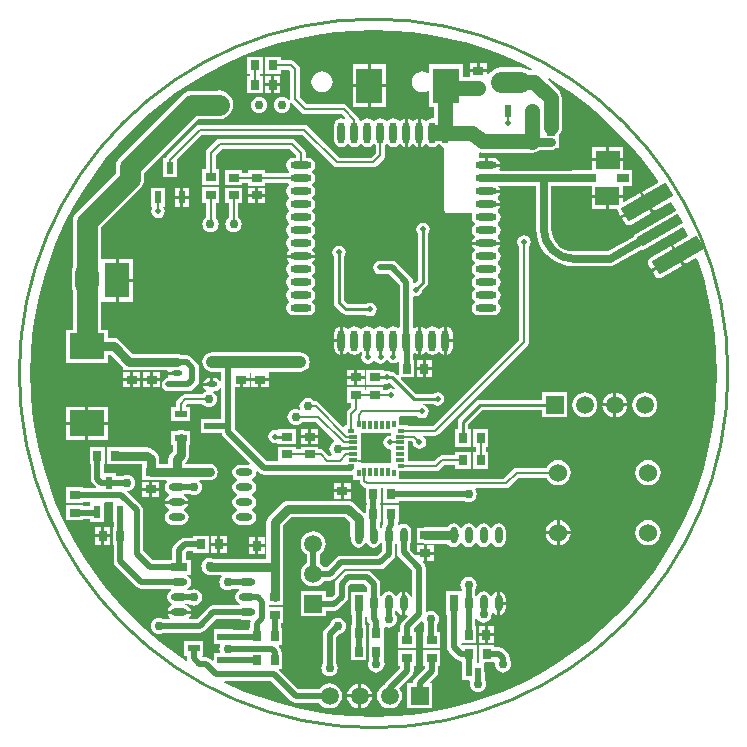
<source format=gtl>
%FSLAX25Y25*%
%MOIN*%
G70*
G01*
G75*
G04 Layer_Physical_Order=1*
G04 Layer_Color=255*
%ADD10C,0.02500*%
%ADD11R,0.11811X0.08661*%
%ADD12R,0.03347X0.02756*%
%ADD13R,0.02756X0.03347*%
%ADD14O,0.03543X0.01969*%
%ADD15O,0.03543X0.01969*%
%ADD16R,0.03543X0.01969*%
%ADD17R,0.01969X0.03150*%
%ADD18R,0.02362X0.03937*%
%ADD19O,0.02500X0.05500*%
%ADD20R,0.02500X0.05500*%
%ADD21R,0.03150X0.01969*%
%ADD22R,0.08661X0.11811*%
%ADD23O,0.05500X0.02500*%
%ADD24R,0.05500X0.02500*%
%ADD25R,0.02165X0.01181*%
%ADD26R,0.03150X0.01181*%
%ADD27R,0.01181X0.02165*%
%ADD28R,0.01181X0.03150*%
%ADD29R,0.03937X0.02362*%
%ADD30O,0.02362X0.07087*%
%ADD31O,0.07087X0.02362*%
%ADD32R,0.07000X0.03150*%
%ADD33R,0.07874X0.06000*%
%ADD34R,0.03937X0.03150*%
G04:AMPARAMS|DCode=35|XSize=35.43mil|YSize=157.48mil|CornerRadius=1.77mil|HoleSize=0mil|Usage=FLASHONLY|Rotation=300.000|XOffset=0mil|YOffset=0mil|HoleType=Round|Shape=RoundedRectangle|*
%AMROUNDEDRECTD35*
21,1,0.03543,0.15394,0,0,300.0*
21,1,0.03189,0.15748,0,0,300.0*
1,1,0.00354,-0.05868,-0.05229*
1,1,0.00354,-0.07463,-0.02468*
1,1,0.00354,0.05868,0.05229*
1,1,0.00354,0.07463,0.02468*
%
%ADD35ROUNDEDRECTD35*%
%ADD36C,0.02000*%
%ADD37C,0.07000*%
%ADD38C,0.00800*%
%ADD39C,0.01000*%
%ADD40C,0.04000*%
%ADD41C,0.05000*%
%ADD42C,0.03000*%
%ADD43R,0.07874X0.11811*%
%ADD44O,0.07874X0.11811*%
%ADD45R,0.05906X0.05906*%
%ADD46C,0.05906*%
%ADD47R,0.05906X0.05906*%
%ADD48C,0.06000*%
G04:AMPARAMS|DCode=49|XSize=51.18mil|YSize=173.23mil|CornerRadius=2.56mil|HoleSize=0mil|Usage=FLASHONLY|Rotation=300.000|XOffset=0mil|YOffset=0mil|HoleType=Round|Shape=RoundedRectangle|*
%AMROUNDEDRECTD49*
21,1,0.05118,0.16811,0,0,300.0*
21,1,0.04606,0.17323,0,0,300.0*
1,1,0.00512,-0.06128,-0.06197*
1,1,0.00512,-0.08431,-0.02208*
1,1,0.00512,0.06128,0.06197*
1,1,0.00512,0.08431,0.02208*
%
%ADD49ROUNDEDRECTD49*%
%ADD50C,0.03000*%
%ADD51C,0.02000*%
%ADD52C,0.05000*%
G36*
X444901Y248044D02*
X444528Y247738D01*
X444500Y247743D01*
X443642Y247572D01*
X442914Y247086D01*
X442428Y246358D01*
X442257Y245500D01*
X442428Y244642D01*
X442914Y243914D01*
X443642Y243428D01*
X444500Y243257D01*
X444528Y243262D01*
X444914Y242945D01*
Y241704D01*
Y239735D01*
Y238474D01*
X434873D01*
Y239057D01*
X433889D01*
Y239380D01*
X432097D01*
Y239735D01*
X434873D01*
Y239735D01*
Y241704D01*
Y243672D01*
Y245641D01*
Y248515D01*
X444733D01*
X444901Y248044D01*
D02*
G37*
G36*
X499884Y365396D02*
X505221Y361830D01*
X510350Y357970D01*
X515254Y353829D01*
X519919Y349419D01*
X524329Y344755D01*
X528470Y339850D01*
X532330Y334721D01*
X533805Y332514D01*
X533692Y332027D01*
X528603Y329089D01*
X530496Y325809D01*
D01*
X532391Y322528D01*
X538022Y325780D01*
X539158Y323855D01*
X539695Y322816D01*
X539666Y322745D01*
X526335Y315049D01*
X525923Y314687D01*
X525681Y314196D01*
X525675Y314108D01*
X517133Y309198D01*
X505700D01*
X505585Y309175D01*
X504230Y309309D01*
X502816Y309737D01*
X501513Y310434D01*
X500371Y311371D01*
X499434Y312513D01*
X498737Y313816D01*
X498309Y315230D01*
X498175Y316585D01*
X498198Y316700D01*
Y331071D01*
X505064D01*
Y330825D01*
X511763D01*
Y328000D01*
X522037D01*
Y330825D01*
X525169D01*
Y336375D01*
X522137D01*
Y339236D01*
X511863D01*
Y336375D01*
X505064D01*
Y336067D01*
X481043D01*
X480807Y336508D01*
X481116Y336971D01*
X481202Y337400D01*
X476510D01*
Y337899D01*
X476011D01*
Y340328D01*
X474149D01*
X473978Y340468D01*
Y341852D01*
X474354Y342181D01*
X475202Y342070D01*
X491558D01*
X491774Y342041D01*
X492740Y342168D01*
X493640Y342541D01*
X494269Y343024D01*
X498000D01*
X498705Y343117D01*
X499362Y343389D01*
X499589Y343563D01*
X500775D01*
Y346516D01*
Y348155D01*
X501332Y348881D01*
X501705Y349781D01*
X501832Y350747D01*
X501732Y351507D01*
Y360312D01*
X501605Y361278D01*
X501232Y362178D01*
X500639Y362951D01*
X497166Y366424D01*
X497472Y366819D01*
X499884Y365396D01*
D02*
G37*
G36*
X445416Y382757D02*
X451813Y382217D01*
X458169Y381320D01*
X464465Y380068D01*
X470680Y378464D01*
X476796Y376515D01*
X482793Y374226D01*
X488652Y371604D01*
X491834Y369960D01*
X491716Y369474D01*
X490694D01*
X490207Y369848D01*
X489064Y370321D01*
X487837Y370483D01*
X481343D01*
X480116Y370321D01*
X478972Y369848D01*
X477990Y369095D01*
X477247Y368125D01*
X476773Y368286D01*
Y368905D01*
X471027D01*
Y367232D01*
X468631D01*
Y371505D01*
X457569D01*
Y368847D01*
X457121Y368625D01*
X457006Y368714D01*
X456161Y369063D01*
X455255Y369183D01*
X454349Y369063D01*
X453504Y368714D01*
X452779Y368157D01*
X452223Y367432D01*
X451873Y366587D01*
X451754Y365681D01*
X451873Y364775D01*
X452223Y363930D01*
X452779Y363205D01*
X453504Y362649D01*
X454349Y362299D01*
X455255Y362179D01*
X456161Y362299D01*
X457006Y362649D01*
X457121Y362737D01*
X457569Y362516D01*
Y357295D01*
X459197D01*
Y353792D01*
X458810Y353474D01*
X458598Y353517D01*
X457668Y353332D01*
X456881Y352806D01*
X456682Y352508D01*
X456182D01*
X455983Y352806D01*
X455196Y353332D01*
X454767Y353417D01*
Y348726D01*
Y344036D01*
X455196Y344122D01*
X455983Y344648D01*
X456182Y344945D01*
X456682D01*
X456881Y344648D01*
X457668Y344122D01*
X458598Y343937D01*
X459527Y344122D01*
X460314Y344648D01*
X460513Y344945D01*
X461013D01*
X461212Y344648D01*
X461999Y344122D01*
X462120Y344098D01*
X462398Y343682D01*
X462322Y343300D01*
Y323400D01*
X462434Y322834D01*
X462755Y322355D01*
X463234Y322034D01*
X463800Y321922D01*
X471684D01*
X471906Y321506D01*
X471721Y320577D01*
X471906Y319648D01*
X472432Y318861D01*
X472729Y318662D01*
Y318162D01*
X472432Y317963D01*
X471906Y317176D01*
X471721Y316246D01*
X471906Y315317D01*
X472432Y314530D01*
X472729Y314331D01*
Y313831D01*
X472432Y313632D01*
X471906Y312845D01*
X471820Y312416D01*
X481202D01*
X481116Y312845D01*
X480590Y313632D01*
X480293Y313831D01*
Y314331D01*
X480590Y314530D01*
X481116Y315317D01*
X481301Y316246D01*
X481116Y317176D01*
X480590Y317963D01*
X480293Y318162D01*
Y318662D01*
X480590Y318861D01*
X481116Y319648D01*
X481301Y320577D01*
X481116Y321506D01*
X480590Y322294D01*
X480293Y322493D01*
Y322993D01*
X480590Y323191D01*
X481116Y323979D01*
X481202Y324408D01*
X476510D01*
Y325408D01*
X481202D01*
X481116Y325837D01*
X480590Y326625D01*
X480293Y326823D01*
Y327323D01*
X480590Y327522D01*
X481116Y328309D01*
X481202Y328739D01*
X476510D01*
Y329739D01*
X481202D01*
X481116Y330168D01*
X480590Y330955D01*
X480625Y331071D01*
X493202D01*
Y316700D01*
X493218Y316621D01*
X493365Y314746D01*
X493823Y312841D01*
X494573Y311030D01*
X495597Y309359D01*
X496869Y307869D01*
X498359Y306597D01*
X500030Y305573D01*
X501841Y304823D01*
X503746Y304365D01*
X505621Y304218D01*
X505700Y304202D01*
X517800D01*
X517959Y304234D01*
X518121Y304223D01*
X518433Y304328D01*
X518756Y304392D01*
X518891Y304482D01*
X519045Y304534D01*
X528154Y309771D01*
X528268Y309714D01*
X528815Y309679D01*
X529334Y309855D01*
X542109Y317231D01*
X542585Y317077D01*
X543849Y314252D01*
X538839Y311359D01*
X540483Y308512D01*
X545142Y311202D01*
X545503Y310256D01*
X540983Y307646D01*
X542627Y304799D01*
X546357Y306952D01*
X546828Y306785D01*
X547015Y306296D01*
X548964Y300180D01*
X550568Y293965D01*
X551820Y287669D01*
X552717Y281313D01*
X553257Y274917D01*
X553437Y268500D01*
X553257Y262084D01*
X552717Y255687D01*
X551820Y249331D01*
X550568Y243035D01*
X548964Y236820D01*
X547015Y230704D01*
X544726Y224707D01*
X542104Y218848D01*
X539158Y213145D01*
X535896Y207616D01*
X532330Y202279D01*
X528470Y197150D01*
X524329Y192245D01*
X519919Y187581D01*
X515254Y183171D01*
X510350Y179030D01*
X505221Y175170D01*
X499884Y171604D01*
X494355Y168342D01*
X488652Y165396D01*
X482793Y162774D01*
X476796Y160485D01*
X470680Y158536D01*
X464465Y156932D01*
X458169Y155680D01*
X451813Y154783D01*
X445416Y154243D01*
X439000Y154063D01*
X432584Y154243D01*
X426187Y154783D01*
X419831Y155680D01*
X413535Y156932D01*
X407320Y158536D01*
X401204Y160485D01*
X395207Y162774D01*
X389348Y165396D01*
X389203Y165471D01*
X389321Y165957D01*
X404871D01*
X411414Y159414D01*
X411414Y159414D01*
X411414D01*
X411414Y159414D01*
X411414D01*
X411414Y159414D01*
Y159414D01*
Y159414D01*
D01*
D01*
X411414D01*
Y159414D01*
X412142Y158928D01*
X413000Y158757D01*
X420787D01*
X421338Y158038D01*
X422206Y157373D01*
X423216Y156954D01*
X424300Y156811D01*
X425384Y156954D01*
X426394Y157373D01*
X427262Y158038D01*
X427927Y158906D01*
X428346Y159916D01*
X428489Y161000D01*
X428346Y162084D01*
X427927Y163094D01*
X427262Y163962D01*
X426394Y164627D01*
X425384Y165046D01*
X424300Y165189D01*
X423216Y165046D01*
X422206Y164627D01*
X421338Y163962D01*
X420787Y163243D01*
X413929D01*
X407386Y169786D01*
X407459Y170027D01*
X408578D01*
Y175773D01*
X408228D01*
X408072Y176558D01*
X407586Y177286D01*
X407407Y177465D01*
X407599Y177927D01*
X408578D01*
Y183673D01*
X408243D01*
Y185416D01*
X408873D01*
Y190572D01*
X404143D01*
Y191322D01*
X405168D01*
X405295Y191270D01*
X406000Y191177D01*
X406705Y191270D01*
X406832Y191322D01*
X408873D01*
Y196478D01*
X408723D01*
Y217872D01*
X411528Y220677D01*
X429372D01*
X431277Y218772D01*
Y217800D01*
Y214438D01*
X431369Y213733D01*
X431502Y213413D01*
Y212938D01*
X431692Y211982D01*
X432234Y211172D01*
X433044Y210630D01*
X434000Y210440D01*
X434956Y210630D01*
X435766Y211172D01*
X436250Y211895D01*
X436750D01*
X437234Y211172D01*
X438044Y210630D01*
X439000Y210440D01*
X439956Y210630D01*
X440766Y211172D01*
X441250Y211895D01*
X441419D01*
X441757Y211793D01*
Y209229D01*
X440271Y207743D01*
X428100D01*
X427242Y207572D01*
X426514Y207086D01*
X423371Y203943D01*
X422413D01*
X421862Y204662D01*
X421143Y205213D01*
Y208187D01*
X421862Y208738D01*
X422527Y209606D01*
X422946Y210616D01*
X423089Y211700D01*
X422946Y212784D01*
X422527Y213794D01*
X421862Y214662D01*
X420994Y215327D01*
X419984Y215746D01*
X418900Y215889D01*
X417816Y215746D01*
X416806Y215327D01*
X415938Y214662D01*
X415273Y213794D01*
X414854Y212784D01*
X414711Y211700D01*
X414854Y210616D01*
X415273Y209606D01*
X415938Y208738D01*
X416657Y208187D01*
Y205213D01*
X415938Y204662D01*
X415273Y203794D01*
X414854Y202784D01*
X414711Y201700D01*
X414854Y200616D01*
X415273Y199606D01*
X415938Y198738D01*
X416806Y198073D01*
X417816Y197654D01*
X418900Y197511D01*
X419984Y197654D01*
X420994Y198073D01*
X421862Y198738D01*
X422413Y199457D01*
X424300D01*
X425158Y199628D01*
X425886Y200114D01*
X429029Y203257D01*
X441200D01*
X442058Y203428D01*
X442786Y203914D01*
X442786Y203914D01*
X442786Y203914D01*
X445586Y206714D01*
X446072Y207442D01*
X446243Y208300D01*
Y211529D01*
X446500Y211719D01*
X446757Y211529D01*
Y208800D01*
X446928Y207942D01*
X447414Y207214D01*
X447414Y207214D01*
X447414Y207214D01*
X451857Y202771D01*
Y194046D01*
X451359Y193997D01*
X451308Y194256D01*
X450766Y195066D01*
X449956Y195608D01*
X449500Y195698D01*
Y191799D01*
Y187901D01*
X449956Y187992D01*
X450138Y188114D01*
X450455Y187727D01*
X448514Y185786D01*
X448028Y185058D01*
X447857Y184200D01*
Y182184D01*
X447227D01*
Y177028D01*
X452973D01*
Y182184D01*
X452343D01*
Y183271D01*
X454904Y185832D01*
X455395Y185734D01*
X455642Y185138D01*
X455757Y184988D01*
Y182184D01*
X455427D01*
Y177028D01*
X461173D01*
Y182184D01*
X460243D01*
Y184988D01*
X460358Y185138D01*
X460631Y185795D01*
X460723Y186500D01*
X460631Y187205D01*
X460358Y187862D01*
X459926Y188426D01*
X459362Y188858D01*
X458705Y189130D01*
X458000Y189223D01*
X457295Y189130D01*
X456759Y188908D01*
X456343Y189186D01*
Y203700D01*
X456172Y204558D01*
X455686Y205286D01*
X455432Y205540D01*
X455623Y206002D01*
X455700D01*
Y208080D01*
X453327D01*
Y208299D01*
X452865Y208107D01*
X451243Y209729D01*
Y211885D01*
X451308Y211982D01*
X451498Y212938D01*
Y215938D01*
X451308Y216894D01*
X450766Y217704D01*
X449956Y218246D01*
X449000Y218436D01*
X448044Y218246D01*
X447490Y217875D01*
X447049Y218111D01*
Y218827D01*
X447383D01*
Y224573D01*
X442228D01*
Y218827D01*
X442228D01*
X442228Y218407D01*
X441928Y217958D01*
X441757Y217100D01*
Y217083D01*
X441545Y217019D01*
X441143Y217316D01*
Y218827D01*
X441478D01*
Y224573D01*
X441143D01*
Y225427D01*
X441478D01*
Y230169D01*
X442228D01*
Y225427D01*
X447383D01*
Y226057D01*
X469074D01*
X469283Y225897D01*
X469940Y225625D01*
X470645Y225532D01*
X471350Y225625D01*
X472007Y225897D01*
X472571Y226329D01*
X473003Y226893D01*
X473275Y227550D01*
X473368Y228255D01*
X473275Y228960D01*
X473003Y229617D01*
X472924Y229720D01*
X473145Y230169D01*
X483100D01*
X483724Y230293D01*
X484254Y230646D01*
X484254Y230646D01*
X484254Y230646D01*
X487376Y233769D01*
X496630D01*
X496831Y233282D01*
X497505Y232404D01*
X498382Y231731D01*
X499404Y231308D01*
X500500Y231164D01*
X501596Y231308D01*
X502618Y231731D01*
X503496Y232404D01*
X504169Y233282D01*
X504592Y234304D01*
X504736Y235400D01*
X504592Y236496D01*
X504169Y237518D01*
X503496Y238396D01*
X502618Y239069D01*
X501596Y239492D01*
X500500Y239636D01*
X499404Y239492D01*
X498382Y239069D01*
X497505Y238396D01*
X496831Y237518D01*
X496630Y237031D01*
X486700D01*
X486076Y236907D01*
X485546Y236554D01*
X482424Y233431D01*
X447590D01*
Y235799D01*
X450464D01*
Y235958D01*
X459889D01*
X460513Y236082D01*
X461042Y236436D01*
X461043Y236435D01*
X461042Y236436D01*
X462554Y237947D01*
X466184D01*
Y236705D01*
X471339D01*
Y242451D01*
X466184D01*
Y241209D01*
X461878D01*
X461254Y241085D01*
X460724Y240732D01*
X459213Y239220D01*
X450464D01*
Y239735D01*
Y241704D01*
Y243672D01*
Y245641D01*
Y245800D01*
X451738D01*
X452040Y245498D01*
X452195Y244720D01*
X452681Y243992D01*
X453408Y243506D01*
X454267Y243335D01*
X455125Y243506D01*
X455853Y243992D01*
X456339Y244720D01*
X456510Y245578D01*
X456339Y246436D01*
X455853Y247164D01*
X455165Y247623D01*
Y247623D01*
X455165D01*
X455125Y247650D01*
Y247650D01*
X455137Y247769D01*
X459500D01*
X460124Y247893D01*
X460653Y248247D01*
X460653Y248247D01*
X460653Y248247D01*
X490353Y277946D01*
X490707Y278476D01*
X490831Y279100D01*
X490831Y279100D01*
X490831Y279100D01*
Y279100D01*
Y310782D01*
X491272Y311442D01*
X491443Y312300D01*
X491272Y313158D01*
X490786Y313886D01*
X490058Y314372D01*
X489200Y314543D01*
X488342Y314372D01*
X487614Y313886D01*
X487128Y313158D01*
X486957Y312300D01*
X487128Y311442D01*
X487569Y310782D01*
Y279776D01*
X458824Y251031D01*
X450464D01*
Y251190D01*
X447590D01*
Y254065D01*
D01*
Y254064D01*
X447694Y254169D01*
X453582D01*
X454242Y253728D01*
X455100Y253557D01*
X455958Y253728D01*
X456686Y254214D01*
X457172Y254942D01*
X457343Y255800D01*
X457172Y256658D01*
X456686Y257386D01*
X455958Y257872D01*
X455100Y258043D01*
X455324Y258267D01*
X458934D01*
X459442Y257928D01*
X460300Y257757D01*
X461158Y257928D01*
X461886Y258414D01*
X462372Y259142D01*
X462543Y260000D01*
X462372Y260858D01*
X461886Y261586D01*
X461158Y262072D01*
X460300Y262243D01*
X459442Y262072D01*
X458934Y261733D01*
X453018D01*
X447986Y266765D01*
X448178Y267227D01*
X452572D01*
Y272973D01*
X452238D01*
Y275035D01*
X452679Y275271D01*
X453338Y274830D01*
X453767Y274745D01*
Y279434D01*
Y284126D01*
X453338Y284040D01*
X452620Y283561D01*
X452179Y283797D01*
Y293926D01*
X452566Y294243D01*
X453000Y294157D01*
X453858Y294328D01*
X454586Y294814D01*
X455072Y295542D01*
X455191Y296140D01*
X456726Y297674D01*
X456726Y297674D01*
X456726Y297674D01*
X457101Y298237D01*
X457233Y298900D01*
Y315134D01*
X457572Y315642D01*
X457743Y316500D01*
X457572Y317358D01*
X457086Y318086D01*
X456358Y318572D01*
X455500Y318743D01*
X454642Y318572D01*
X453914Y318086D01*
X453428Y317358D01*
X453257Y316500D01*
X453428Y315642D01*
X453767Y315134D01*
Y299618D01*
X452740Y298591D01*
X452566Y298557D01*
X452179Y298874D01*
Y298992D01*
X452009Y299850D01*
X451522Y300578D01*
X446714Y305386D01*
X445986Y305872D01*
X445128Y306043D01*
X441100D01*
X440242Y305872D01*
X439514Y305386D01*
X439028Y304658D01*
X438857Y303800D01*
X439028Y302942D01*
X439514Y302214D01*
X440242Y301728D01*
X441100Y301557D01*
X444199D01*
X447693Y298062D01*
Y283797D01*
X447252Y283561D01*
X446534Y284040D01*
X445605Y284225D01*
X444676Y284040D01*
X443889Y283514D01*
X443690Y283217D01*
X443190D01*
X442991Y283514D01*
X442204Y284040D01*
X441275Y284225D01*
X440346Y284040D01*
X439558Y283514D01*
X439359Y283217D01*
X438859D01*
X438661Y283514D01*
X437873Y284040D01*
X436944Y284225D01*
X436015Y284040D01*
X435227Y283514D01*
X435029Y283217D01*
X434529D01*
X434330Y283514D01*
X433542Y284040D01*
X432613Y284225D01*
X431684Y284040D01*
X430897Y283514D01*
X430698Y283217D01*
X430198D01*
X429999Y283514D01*
X429212Y284040D01*
X428783Y284126D01*
Y279434D01*
Y274745D01*
X429212Y274830D01*
X429999Y275357D01*
X430198Y275654D01*
X430698D01*
X430897Y275357D01*
X431684Y274830D01*
X432613Y274645D01*
X433542Y274830D01*
X434330Y275357D01*
X434529Y275654D01*
X435029D01*
X435211Y275381D01*
Y275032D01*
X435028Y274758D01*
X434857Y273900D01*
X435028Y273042D01*
X435514Y272314D01*
X436242Y271828D01*
X437100Y271657D01*
X437958Y271828D01*
X438686Y272314D01*
X438950Y272709D01*
X439450D01*
X439714Y272314D01*
X440442Y271828D01*
X441300Y271657D01*
X442158Y271828D01*
X442886Y272314D01*
X443271Y272890D01*
X443771D01*
X444019Y272519D01*
X444747Y272033D01*
X445605Y271862D01*
X446464Y272033D01*
X446976Y272375D01*
X447416Y272139D01*
Y267988D01*
X446955Y267797D01*
X446326Y268426D01*
X445763Y268801D01*
X445100Y268933D01*
X444766D01*
X444258Y269272D01*
X443400Y269443D01*
X442660Y269296D01*
X442273Y269613D01*
Y269783D01*
X436527D01*
Y264628D01*
X442273D01*
Y264787D01*
X442660Y265104D01*
X443400Y264957D01*
X444258Y265128D01*
X444536Y265313D01*
X446119Y263730D01*
X445801Y263344D01*
X445758Y263372D01*
X444900Y263543D01*
X444042Y263372D01*
X443382Y262931D01*
X442273D01*
Y263878D01*
X436527D01*
Y262931D01*
X435973D01*
Y263878D01*
X430227D01*
Y258722D01*
X431469D01*
Y257176D01*
X430453Y256160D01*
X430099Y255631D01*
X429975Y255006D01*
Y251190D01*
X429324D01*
Y250837D01*
X428862Y250645D01*
X420854Y258653D01*
X420324Y259007D01*
X419700Y259131D01*
X419151D01*
X418926Y259426D01*
X418362Y259858D01*
X417705Y260131D01*
X417000Y260223D01*
X416295Y260131D01*
X415638Y259858D01*
X415074Y259426D01*
X414642Y258862D01*
X414369Y258205D01*
X414277Y257500D01*
X414369Y256795D01*
X414390Y256747D01*
X414036Y256393D01*
X413705Y256530D01*
X413000Y256623D01*
X412295Y256530D01*
X411638Y256258D01*
X411074Y255826D01*
X410642Y255262D01*
X410369Y254605D01*
X410277Y253900D01*
X410369Y253195D01*
X410642Y252538D01*
X411074Y251974D01*
X411638Y251542D01*
X412295Y251270D01*
X413000Y251177D01*
X413705Y251270D01*
X414362Y251542D01*
X414926Y251974D01*
X415152Y252269D01*
X419924D01*
X425954Y246239D01*
X425856Y245749D01*
X425638Y245658D01*
X425074Y245226D01*
X424642Y244662D01*
X424369Y244005D01*
X424277Y243300D01*
X424369Y242595D01*
X424642Y241938D01*
X424993Y241480D01*
X424772Y241031D01*
X424176D01*
X422559Y242648D01*
X422030Y243002D01*
X421406Y243126D01*
X420573D01*
Y244072D01*
X414827D01*
Y243126D01*
X413008D01*
Y244072D01*
X407261D01*
Y239210D01*
X403462D01*
X392743Y249929D01*
Y263816D01*
X394300D01*
Y266395D01*
X394799D01*
Y266895D01*
X397673D01*
Y268619D01*
X398135Y268810D01*
X398227Y268719D01*
Y266895D01*
X403973D01*
Y268719D01*
X403973Y268719D01*
D01*
D01*
X403973Y268972D01*
D01*
X404073Y269072D01*
X414500D01*
X415335Y269182D01*
X416114Y269505D01*
X416782Y270018D01*
X417295Y270686D01*
X417618Y271465D01*
X417728Y272300D01*
X417618Y273135D01*
X417295Y273914D01*
X416782Y274582D01*
X416114Y275095D01*
X415335Y275418D01*
X414500Y275528D01*
X385111D01*
X384276Y275418D01*
X383497Y275095D01*
X382829Y274582D01*
X382316Y273914D01*
X381993Y273135D01*
X381883Y272300D01*
X381993Y271465D01*
X382316Y270686D01*
X382829Y270018D01*
X383497Y269505D01*
X384276Y269182D01*
X385111Y269072D01*
X388257D01*
Y266083D01*
X387778Y265938D01*
X387473Y266394D01*
X386751Y266877D01*
X385898Y267047D01*
X385611D01*
Y264819D01*
X385112D01*
Y264320D01*
X382196D01*
X382266Y263967D01*
X382749Y263245D01*
X383177Y262959D01*
X383128Y262461D01*
X382638Y262258D01*
X382074Y261826D01*
X381849Y261531D01*
X376200D01*
X375576Y261407D01*
X375046Y261053D01*
X373547Y259554D01*
X373193Y259024D01*
X373069Y258400D01*
Y257281D01*
X371532D01*
Y252519D01*
X377869D01*
Y257281D01*
X376541D01*
X376350Y257743D01*
X376876Y258269D01*
X381849D01*
X382074Y257974D01*
X382638Y257542D01*
X383295Y257270D01*
X384000Y257177D01*
X384705Y257270D01*
X385362Y257542D01*
X385926Y257974D01*
X386358Y258538D01*
X386631Y259195D01*
X386723Y259900D01*
X386631Y260605D01*
X386358Y261262D01*
X385926Y261826D01*
X385543Y262119D01*
X385704Y262593D01*
X385898D01*
X386751Y262762D01*
X387473Y263245D01*
X387778Y263702D01*
X388257Y263557D01*
Y253206D01*
X387711D01*
Y253344D01*
X381374D01*
Y248582D01*
X387711D01*
Y248720D01*
X388313D01*
X388428Y248142D01*
X388914Y247414D01*
X397817Y238510D01*
X397582Y238069D01*
X397438Y238098D01*
X394438D01*
X393482Y237908D01*
X392671Y237366D01*
X392130Y236556D01*
X391940Y235600D01*
X392130Y234644D01*
X392671Y233834D01*
X393395Y233350D01*
Y232850D01*
X392671Y232366D01*
X392130Y231556D01*
X391940Y230600D01*
X392130Y229644D01*
X392671Y228834D01*
X393395Y228350D01*
Y227850D01*
X392671Y227366D01*
X392130Y226556D01*
X391940Y225600D01*
X392130Y224644D01*
X392671Y223834D01*
X393395Y223350D01*
Y222850D01*
X392671Y222366D01*
X392130Y221556D01*
X391940Y220600D01*
X392130Y219644D01*
X392671Y218834D01*
X393482Y218292D01*
X394438Y218102D01*
X397438D01*
X398394Y218292D01*
X399204Y218834D01*
X399746Y219644D01*
X399936Y220600D01*
X399746Y221556D01*
X399204Y222366D01*
X398480Y222850D01*
Y223350D01*
X399204Y223834D01*
X399746Y224644D01*
X399936Y225600D01*
X399746Y226556D01*
X399204Y227366D01*
X398480Y227850D01*
Y228350D01*
X399204Y228834D01*
X399746Y229644D01*
X399936Y230600D01*
X399746Y231556D01*
X399204Y232366D01*
X398480Y232850D01*
Y233350D01*
X399204Y233834D01*
X399746Y234644D01*
X399936Y235600D01*
X399907Y235744D01*
X400348Y235980D01*
X400947Y235381D01*
X401675Y234895D01*
X402533Y234724D01*
X431398D01*
X431811Y234806D01*
X432198Y234489D01*
Y232925D01*
X434325D01*
Y232743D01*
X434449Y232119D01*
X434803Y231590D01*
X435746Y230646D01*
X436276Y230293D01*
X436322Y230284D01*
Y225427D01*
X436657D01*
Y224573D01*
X436322D01*
Y222083D01*
X435860Y221891D01*
X432426Y225326D01*
X431862Y225758D01*
X431373Y225961D01*
Y225978D01*
X431332D01*
X431205Y226030D01*
X430500Y226123D01*
X410400D01*
X409695Y226030D01*
X409038Y225758D01*
X408474Y225326D01*
X404074Y220926D01*
X403642Y220362D01*
X403370Y219705D01*
X403277Y219000D01*
Y206623D01*
X385505D01*
X385005Y206831D01*
X384300Y206923D01*
X383595Y206831D01*
X382938Y206558D01*
X382374Y206126D01*
X381942Y205562D01*
X381669Y204905D01*
X381577Y204200D01*
X381669Y203495D01*
X381942Y202838D01*
X382374Y202274D01*
X382544Y202144D01*
X382674Y201974D01*
X383238Y201542D01*
X383895Y201270D01*
X384600Y201177D01*
X388078D01*
X388300Y200728D01*
X387942Y200262D01*
X387669Y199605D01*
X387577Y198900D01*
X387669Y198195D01*
X387942Y197538D01*
X388374Y196974D01*
X388938Y196542D01*
X389595Y196270D01*
X390300Y196177D01*
X391005Y196270D01*
X391662Y196542D01*
X391812Y196657D01*
X394193D01*
X394295Y196319D01*
Y196150D01*
X393571Y195666D01*
X393030Y194856D01*
X392840Y193900D01*
X393030Y192944D01*
X393571Y192134D01*
X394295Y191650D01*
Y191481D01*
X394193Y191143D01*
X385600D01*
X384742Y190972D01*
X384014Y190486D01*
X380071Y186543D01*
X377444D01*
X377299Y187022D01*
X377466Y187134D01*
X378008Y187944D01*
X378099Y188400D01*
X370302D01*
X370392Y187944D01*
X370934Y187134D01*
X371101Y187022D01*
X370956Y186543D01*
X369012D01*
X368862Y186658D01*
X368205Y186931D01*
X367500Y187023D01*
X366795Y186931D01*
X366138Y186658D01*
X365574Y186226D01*
X365142Y185662D01*
X364869Y185005D01*
X364777Y184300D01*
X364869Y183595D01*
X365142Y182938D01*
X365574Y182374D01*
X366138Y181942D01*
X366795Y181669D01*
X367500Y181577D01*
X368205Y181669D01*
X368862Y181942D01*
X369012Y182057D01*
X381000D01*
X381858Y182228D01*
X382586Y182714D01*
X382586Y182714D01*
X382586Y182714D01*
X386529Y186657D01*
X394285D01*
X394382Y186592D01*
X395338Y186402D01*
X397859D01*
X398094Y185961D01*
X398022Y185853D01*
X397851Y184994D01*
Y183673D01*
X397516D01*
Y183017D01*
X391968D01*
Y183155D01*
X385631D01*
Y178393D01*
X387729D01*
X387942Y177962D01*
X387669Y177305D01*
X387577Y176600D01*
X387669Y175895D01*
X387752Y175697D01*
X387474Y175281D01*
X385631D01*
Y172863D01*
X385170Y172672D01*
X384640Y173201D01*
X383912Y173687D01*
X383054Y173858D01*
X382072D01*
X381794Y174274D01*
X381870Y174456D01*
X382126D01*
Y179218D01*
X375789D01*
Y174456D01*
X376714D01*
Y173542D01*
X376817Y173027D01*
X376401Y172749D01*
X372779Y175170D01*
X367650Y179030D01*
X362745Y183171D01*
X358081Y187581D01*
X353671Y192245D01*
X349530Y197150D01*
X345670Y202279D01*
X342104Y207616D01*
X338842Y213145D01*
X335896Y218848D01*
X333274Y224707D01*
X330985Y230704D01*
X329036Y236820D01*
X327432Y243035D01*
X326180Y249331D01*
X325283Y255687D01*
X324743Y262084D01*
X324563Y268500D01*
X324743Y274917D01*
X325283Y281313D01*
X326180Y287669D01*
X327432Y293965D01*
X329036Y300180D01*
X330985Y306296D01*
X333274Y312293D01*
X335896Y318152D01*
X338842Y323855D01*
X342104Y329384D01*
X345670Y334721D01*
X349530Y339850D01*
X353671Y344755D01*
X358081Y349419D01*
X362745Y353829D01*
X367650Y357970D01*
X372779Y361830D01*
X378116Y365396D01*
X383645Y368658D01*
X389348Y371604D01*
X395207Y374226D01*
X401204Y376515D01*
X407320Y378464D01*
X413535Y380068D01*
X419831Y381320D01*
X426187Y382217D01*
X432584Y382757D01*
X439000Y382937D01*
X445416Y382757D01*
D02*
G37*
%LPC*%
G36*
X349478Y243973D02*
X344322D01*
Y238227D01*
X344657D01*
Y233400D01*
X344828Y232542D01*
X345314Y231814D01*
X345314Y231814D01*
X345314Y231814D01*
X346423Y230705D01*
X346231Y230243D01*
X342273D01*
Y230578D01*
X336527D01*
Y225422D01*
X342273D01*
Y225757D01*
X344319D01*
Y225368D01*
X344319D01*
Y224338D01*
X342273D01*
Y224672D01*
X336527D01*
Y219516D01*
X342273D01*
Y219851D01*
X344319D01*
Y219032D01*
X349081D01*
Y225368D01*
X349081D01*
Y225403D01*
X349435Y225757D01*
X352193D01*
Y225368D01*
X352193D01*
Y219032D01*
X352331D01*
Y217173D01*
X352028D01*
Y211427D01*
X352362D01*
Y205894D01*
X352533Y205036D01*
X353019Y204308D01*
X353019Y204308D01*
X353019Y204308D01*
X360014Y197314D01*
X360014Y197314D01*
X360014D01*
X360014Y197314D01*
X360014D01*
X360014Y197314D01*
Y197314D01*
Y197314D01*
D01*
D01*
X360014D01*
Y197314D01*
X360742Y196828D01*
X361600Y196657D01*
X371555D01*
X371657Y196319D01*
Y196150D01*
X370934Y195666D01*
X370392Y194856D01*
X370202Y193900D01*
X370392Y192944D01*
X370934Y192134D01*
X371657Y191650D01*
Y191150D01*
X370934Y190666D01*
X370392Y189856D01*
X370302Y189400D01*
X378099D01*
X378008Y189856D01*
X377466Y190666D01*
X376656Y191208D01*
X375926Y191353D01*
X376019Y191465D01*
X376656Y191592D01*
X376753Y191657D01*
X377358D01*
X377638Y191442D01*
X378295Y191170D01*
X379000Y191077D01*
X379705Y191170D01*
X380362Y191442D01*
X380926Y191874D01*
X381358Y192438D01*
X381630Y193095D01*
X381723Y193800D01*
X381630Y194505D01*
X381358Y195162D01*
X380926Y195726D01*
X380362Y196158D01*
X379705Y196431D01*
X379000Y196523D01*
X378295Y196431D01*
X377638Y196158D01*
X377618Y196143D01*
X376845D01*
X376743Y196481D01*
Y196650D01*
X377466Y197134D01*
X378008Y197944D01*
X378198Y198900D01*
X378008Y199856D01*
X377466Y200666D01*
X376656Y201208D01*
X375700Y201398D01*
X375752Y201450D01*
X378150D01*
Y206350D01*
X376443D01*
Y208771D01*
X376929Y209257D01*
X378922D01*
Y208627D01*
X384078D01*
Y214373D01*
X378922D01*
Y213743D01*
X376000D01*
X375142Y213572D01*
X374414Y213086D01*
X372614Y211286D01*
X372128Y210558D01*
X371957Y209700D01*
Y206350D01*
X370250D01*
Y206143D01*
X365329D01*
X362243Y209229D01*
Y222800D01*
X362072Y223658D01*
X361586Y224386D01*
X356790Y229182D01*
X356857Y229319D01*
X357562Y229412D01*
X358219Y229684D01*
X358783Y230117D01*
X359216Y230681D01*
X359488Y231338D01*
X359581Y232043D01*
X359488Y232747D01*
X359216Y233404D01*
X358783Y233968D01*
X358219Y234401D01*
X357562Y234673D01*
X356857Y234766D01*
X356153Y234673D01*
X355496Y234401D01*
X355346Y234286D01*
X353018D01*
Y235211D01*
X349143D01*
Y238227D01*
X349478D01*
Y243973D01*
D02*
G37*
G36*
X364200Y232372D02*
X361827D01*
Y230294D01*
X364200D01*
Y232372D01*
D02*
G37*
G36*
X428000Y231884D02*
X425627D01*
Y229805D01*
X428000D01*
Y231884D01*
D02*
G37*
G36*
X431373D02*
X429000D01*
Y229805D01*
X431373D01*
Y231884D01*
D02*
G37*
G36*
X477250Y249851D02*
X472094D01*
Y244105D01*
X473041D01*
Y242451D01*
X472089D01*
Y236705D01*
X477245D01*
Y242451D01*
X476304D01*
Y244105D01*
X477250D01*
Y249851D01*
D02*
G37*
G36*
X374700Y249749D02*
X373995Y249657D01*
X373393Y249407D01*
X371532D01*
Y244645D01*
X371977D01*
Y242428D01*
X371374Y241826D01*
X370942Y241262D01*
X370670Y240605D01*
X370577Y239900D01*
Y238323D01*
X367423D01*
Y239900D01*
X367331Y240605D01*
X367058Y241262D01*
X366626Y241826D01*
X365426Y243026D01*
X364862Y243458D01*
X364205Y243730D01*
X363500Y243823D01*
X355383D01*
Y243973D01*
X350228D01*
Y241932D01*
X350175Y241805D01*
X350082Y241100D01*
X350175Y240395D01*
X350228Y240268D01*
Y238227D01*
X355383D01*
Y238377D01*
X361827D01*
Y238278D01*
X361827D01*
Y233122D01*
X363727D01*
X364095Y232969D01*
X364800Y232877D01*
X369936D01*
X370081Y232398D01*
X370034Y232366D01*
X369492Y231556D01*
X369302Y230600D01*
X369492Y229644D01*
X370034Y228834D01*
X370758Y228350D01*
Y227850D01*
X370034Y227366D01*
X369492Y226556D01*
X369402Y226100D01*
X377199D01*
X377108Y226556D01*
X376566Y227366D01*
X375842Y227850D01*
Y228019D01*
X375945Y228357D01*
X377488D01*
X377638Y228242D01*
X378295Y227970D01*
X379000Y227877D01*
X379705Y227970D01*
X380362Y228242D01*
X380926Y228674D01*
X381358Y229238D01*
X381630Y229895D01*
X381723Y230600D01*
X381630Y231305D01*
X381358Y231962D01*
X380926Y232526D01*
X381045Y232877D01*
X384300D01*
X385005Y232969D01*
X385662Y233242D01*
X386226Y233674D01*
X386658Y234238D01*
X386930Y234895D01*
X387023Y235600D01*
X386930Y236305D01*
X386658Y236962D01*
X386226Y237526D01*
X385662Y237958D01*
X385005Y238230D01*
X384300Y238323D01*
X376228D01*
X376037Y238785D01*
X376626Y239374D01*
X377058Y239938D01*
X377330Y240595D01*
X377423Y241300D01*
X377423Y241300D01*
X377423Y241300D01*
Y241300D01*
Y244645D01*
X377869D01*
Y249407D01*
X376007D01*
X375405Y249657D01*
X374700Y249749D01*
D02*
G37*
G36*
X367573Y232372D02*
X365200D01*
Y230294D01*
X367573D01*
Y232372D01*
D02*
G37*
G36*
X530500Y239636D02*
X529404Y239492D01*
X528382Y239069D01*
X527505Y238396D01*
X526831Y237518D01*
X526408Y236496D01*
X526264Y235400D01*
X526408Y234304D01*
X526831Y233282D01*
X527505Y232404D01*
X528382Y231731D01*
X529404Y231308D01*
X530500Y231164D01*
X531597Y231308D01*
X532618Y231731D01*
X533496Y232404D01*
X534169Y233282D01*
X534592Y234304D01*
X534736Y235400D01*
X534592Y236496D01*
X534169Y237518D01*
X533496Y238396D01*
X532618Y239069D01*
X531597Y239492D01*
X530500Y239636D01*
D02*
G37*
G36*
X480645Y218484D02*
X479689Y218294D01*
X478878Y217752D01*
X478395Y217028D01*
X477895D01*
X477411Y217752D01*
X476601Y218294D01*
X475645Y218484D01*
X474689Y218294D01*
X473878Y217752D01*
X473395Y217028D01*
X472895D01*
X472411Y217752D01*
X471601Y218294D01*
X470645Y218484D01*
X469689Y218294D01*
X468879Y217752D01*
X468395Y217028D01*
X467895D01*
X467411Y217752D01*
X466601Y218294D01*
X465645Y218484D01*
X464689Y218294D01*
X463878Y217752D01*
X463516Y217209D01*
X456200D01*
X455495Y217116D01*
X455368Y217064D01*
X453327D01*
Y211908D01*
X455368D01*
X455495Y211855D01*
X456200Y211763D01*
X463516D01*
X463878Y211220D01*
X464689Y210678D01*
X465645Y210488D01*
X466601Y210678D01*
X467411Y211220D01*
X467895Y211943D01*
X468395D01*
X468879Y211220D01*
X469689Y210678D01*
X470645Y210488D01*
X471601Y210678D01*
X472411Y211220D01*
X472895Y211943D01*
X473395D01*
X473878Y211220D01*
X474689Y210678D01*
X475645Y210488D01*
X476601Y210678D01*
X477411Y211220D01*
X477895Y211943D01*
X478395D01*
X478878Y211220D01*
X479689Y210678D01*
X480645Y210488D01*
X481601Y210678D01*
X482411Y211220D01*
X482953Y212030D01*
X483143Y212986D01*
Y215986D01*
X482953Y216942D01*
X482411Y217752D01*
X481601Y218294D01*
X480645Y218484D01*
D02*
G37*
G36*
X377199Y225100D02*
X369402D01*
X369492Y224644D01*
X370034Y223834D01*
X370758Y223350D01*
Y222850D01*
X370034Y222366D01*
X369492Y221556D01*
X369302Y220600D01*
X369492Y219644D01*
X370034Y218834D01*
X370844Y218292D01*
X371800Y218102D01*
X374800D01*
X375756Y218292D01*
X376566Y218834D01*
X377108Y219644D01*
X377298Y220600D01*
X377108Y221556D01*
X376566Y222366D01*
X375842Y222850D01*
Y223350D01*
X376566Y223834D01*
X377108Y224644D01*
X377199Y225100D01*
D02*
G37*
G36*
X500000Y219570D02*
X499404Y219492D01*
X498382Y219069D01*
X497505Y218395D01*
X496831Y217518D01*
X496408Y216496D01*
X496330Y215900D01*
X500000D01*
Y219570D01*
D02*
G37*
G36*
X501000D02*
Y215900D01*
X504670D01*
X504592Y216496D01*
X504169Y217518D01*
X503496Y218395D01*
X502618Y219069D01*
X501596Y219492D01*
X501000Y219570D01*
D02*
G37*
G36*
X364200Y229294D02*
X361827D01*
Y227217D01*
X364200D01*
Y229294D01*
D02*
G37*
G36*
X367573D02*
X365200D01*
Y227217D01*
X367573D01*
Y229294D01*
D02*
G37*
G36*
X428000Y228805D02*
X425627D01*
Y226728D01*
X428000D01*
Y228805D01*
D02*
G37*
G36*
X431373D02*
X429000D01*
Y226728D01*
X431373D01*
Y228805D01*
D02*
G37*
G36*
X350505Y257440D02*
X343900D01*
Y252410D01*
X350505D01*
Y257440D01*
D02*
G37*
G36*
X509400Y262189D02*
X508316Y262046D01*
X507306Y261627D01*
X506438Y260962D01*
X505773Y260094D01*
X505354Y259084D01*
X505211Y258000D01*
X505354Y256916D01*
X505773Y255906D01*
X506438Y255038D01*
X507306Y254373D01*
X508316Y253954D01*
X509400Y253811D01*
X510484Y253954D01*
X511494Y254373D01*
X512362Y255038D01*
X513027Y255906D01*
X513446Y256916D01*
X513589Y258000D01*
X513446Y259084D01*
X513027Y260094D01*
X512362Y260962D01*
X511494Y261627D01*
X510484Y262046D01*
X509400Y262189D01*
D02*
G37*
G36*
X413008Y249978D02*
X407261D01*
Y249826D01*
X406875Y249509D01*
X406200Y249643D01*
X405342Y249472D01*
X404614Y248986D01*
X404128Y248258D01*
X403957Y247400D01*
X404128Y246542D01*
X404614Y245814D01*
X405342Y245328D01*
X406200Y245157D01*
X406875Y245291D01*
X407261Y244974D01*
Y244822D01*
X413008D01*
Y249978D01*
D02*
G37*
G36*
X342900Y257440D02*
X336295D01*
Y252410D01*
X342900D01*
Y257440D01*
D02*
G37*
G36*
X518900Y257500D02*
X515277D01*
X515354Y256916D01*
X515773Y255906D01*
X516438Y255038D01*
X517306Y254373D01*
X518316Y253954D01*
X518900Y253877D01*
Y257500D01*
D02*
G37*
G36*
X523523D02*
X519900D01*
Y253877D01*
X520484Y253954D01*
X521494Y254373D01*
X522362Y255038D01*
X523027Y255906D01*
X523446Y256916D01*
X523523Y257500D01*
D02*
G37*
G36*
X529400Y262189D02*
X528316Y262046D01*
X527306Y261627D01*
X526438Y260962D01*
X525773Y260094D01*
X525354Y259084D01*
X525211Y258000D01*
X525354Y256916D01*
X525773Y255906D01*
X526438Y255038D01*
X527306Y254373D01*
X528316Y253954D01*
X529400Y253811D01*
X530484Y253954D01*
X531494Y254373D01*
X532362Y255038D01*
X533027Y255906D01*
X533446Y256916D01*
X533589Y258000D01*
X533446Y259084D01*
X533027Y260094D01*
X532362Y260962D01*
X531494Y261627D01*
X530484Y262046D01*
X529400Y262189D01*
D02*
G37*
G36*
X503553Y262153D02*
X495247D01*
Y259733D01*
X474400D01*
X473737Y259601D01*
X473174Y259226D01*
X467541Y253592D01*
X467166Y253030D01*
X467034Y252367D01*
Y249851D01*
X466189D01*
Y244105D01*
X471345D01*
Y249851D01*
X470500D01*
Y251649D01*
X475118Y256267D01*
X495247D01*
Y253847D01*
X503553D01*
Y262153D01*
D02*
G37*
G36*
X420573Y246900D02*
X418200D01*
Y244822D01*
X420573D01*
Y246900D01*
D02*
G37*
G36*
X342900Y251410D02*
X336295D01*
Y246379D01*
X342900D01*
Y251410D01*
D02*
G37*
G36*
X417200Y246900D02*
X414827D01*
Y244822D01*
X417200D01*
Y246900D01*
D02*
G37*
G36*
X519900Y262123D02*
Y258500D01*
X523523D01*
X523446Y259084D01*
X523027Y260094D01*
X522362Y260962D01*
X521494Y261627D01*
X520484Y262046D01*
X519900Y262123D01*
D02*
G37*
G36*
X417200Y249978D02*
X414827D01*
Y247900D01*
X417200D01*
Y249978D01*
D02*
G37*
G36*
X420573D02*
X418200D01*
Y247900D01*
X420573D01*
Y249978D01*
D02*
G37*
G36*
X350505Y251410D02*
X343900D01*
Y246379D01*
X350505D01*
Y251410D01*
D02*
G37*
G36*
X518900Y262123D02*
X518316Y262046D01*
X517306Y261627D01*
X516438Y260962D01*
X515773Y260094D01*
X515354Y259084D01*
X515277Y258500D01*
X518900D01*
Y262123D01*
D02*
G37*
G36*
X479178Y184273D02*
X477100D01*
Y181900D01*
X479178D01*
Y184273D01*
D02*
G37*
G36*
X483143Y191348D02*
X481145D01*
Y187950D01*
X481601Y188040D01*
X482411Y188582D01*
X482953Y189392D01*
X483143Y190348D01*
Y191348D01*
D02*
G37*
G36*
X479178Y180900D02*
X477100D01*
Y178527D01*
X479178D01*
Y180900D01*
D02*
G37*
G36*
X476100Y184273D02*
X474022D01*
Y181900D01*
X476100D01*
Y184273D01*
D02*
G37*
G36*
X470645Y200768D02*
X469940Y200675D01*
X469283Y200403D01*
X468719Y199970D01*
X468286Y199407D01*
X468014Y198750D01*
X467921Y198045D01*
X468014Y197340D01*
X468286Y196683D01*
X468402Y196533D01*
Y195798D01*
X468402D01*
X468095D01*
X468048Y195798D01*
X468048Y195798D01*
Y195798D01*
X463195D01*
Y187898D01*
X463402D01*
Y177355D01*
X463573Y176497D01*
X464059Y175769D01*
X466414Y173414D01*
X466414Y173414D01*
X466414D01*
X466414Y173414D01*
X466414D01*
X466414Y173414D01*
Y173414D01*
Y173414D01*
D01*
D01*
X466414D01*
Y173414D01*
X467142Y172928D01*
X468000Y172757D01*
X468217D01*
Y172127D01*
X468525D01*
Y169100D01*
X468616Y168646D01*
Y166325D01*
X470910D01*
X471187Y165910D01*
X471122Y165752D01*
X471030Y165047D01*
X471122Y164342D01*
X471394Y163686D01*
X471827Y163122D01*
X472391Y162689D01*
X473048Y162417D01*
X473753Y162324D01*
X474458Y162417D01*
X475114Y162689D01*
X475678Y163122D01*
X476111Y163686D01*
X476383Y164342D01*
X476476Y165047D01*
X476383Y165752D01*
X476111Y166409D01*
X475996Y166559D01*
Y169100D01*
X475937Y169396D01*
Y171773D01*
X475937Y171773D01*
D01*
D01*
X475937Y171875D01*
D01*
X476189Y172127D01*
X479074D01*
X479403Y171751D01*
X479371Y171505D01*
X479464Y170801D01*
X479736Y170144D01*
X480169Y169580D01*
X480733Y169147D01*
X481390Y168875D01*
X482094Y168782D01*
X482799Y168875D01*
X483456Y169147D01*
X484020Y169580D01*
X484453Y170144D01*
X484725Y170801D01*
X484818Y171505D01*
X484725Y172210D01*
X484453Y172867D01*
X484338Y173018D01*
Y173705D01*
X484167Y174564D01*
X483681Y175292D01*
X482386Y176586D01*
X481658Y177072D01*
X480800Y177243D01*
X479278D01*
Y177873D01*
X474122D01*
Y172228D01*
X474122Y172228D01*
X474122D01*
X474122Y172127D01*
X473870Y171875D01*
X473373D01*
Y172127D01*
X473372D01*
Y177873D01*
X468478D01*
X468200Y178289D01*
X468299Y178527D01*
X473272D01*
Y184273D01*
X472938D01*
Y186470D01*
X473411Y186631D01*
X473719Y186230D01*
X474283Y185797D01*
X474940Y185525D01*
X475645Y185432D01*
X476350Y185525D01*
X477006Y185797D01*
X477570Y186230D01*
X478003Y186793D01*
X478275Y187450D01*
X478368Y188155D01*
X478317Y188546D01*
X478785Y188722D01*
X478878Y188582D01*
X479689Y188040D01*
X480145Y187950D01*
Y191847D01*
Y195747D01*
X479689Y195656D01*
X478878Y195114D01*
X478395Y194391D01*
X477895D01*
X477411Y195114D01*
X476601Y195656D01*
X475645Y195846D01*
X474689Y195656D01*
X473878Y195114D01*
X473395Y194391D01*
X473226D01*
X472888Y194493D01*
Y196533D01*
X473003Y196683D01*
X473275Y197340D01*
X473368Y198045D01*
X473275Y198750D01*
X473003Y199407D01*
X472571Y199970D01*
X472007Y200403D01*
X471350Y200675D01*
X470645Y200768D01*
D02*
G37*
G36*
X459073Y208080D02*
X456700D01*
Y206002D01*
X459073D01*
Y208080D01*
D02*
G37*
G36*
X481145Y195747D02*
Y192348D01*
X483143D01*
Y193348D01*
X482953Y194304D01*
X482411Y195114D01*
X481601Y195656D01*
X481145Y195747D01*
D02*
G37*
G36*
X436800Y202743D02*
X430400D01*
X429542Y202572D01*
X428814Y202086D01*
X426714Y199986D01*
X426228Y199258D01*
X426057Y198400D01*
Y195029D01*
X424971Y193943D01*
X423053D01*
Y195853D01*
X414747D01*
Y187547D01*
X423053D01*
Y189457D01*
X425900D01*
X426758Y189628D01*
X427486Y190114D01*
X429886Y192514D01*
X429886Y192514D01*
X429886Y192514D01*
X430372Y193242D01*
X430543Y194100D01*
Y197471D01*
X431329Y198257D01*
X435871D01*
X436757Y197371D01*
Y195750D01*
X436757D01*
X436450D01*
X436403Y195750D01*
X436403Y195750D01*
Y195750D01*
X431550D01*
Y187850D01*
X431757D01*
Y184673D01*
X431422D01*
Y178927D01*
D01*
D01*
X431422Y178927D01*
X431422Y178573D01*
X431422D01*
Y172827D01*
X436578D01*
Y178573D01*
D01*
Y178573D01*
X436578Y178573D01*
X436578Y178927D01*
X436578D01*
Y184673D01*
X436243D01*
Y187357D01*
X436705Y187548D01*
X436757Y187496D01*
Y186700D01*
X436928Y185842D01*
X437414Y185114D01*
X437662Y184865D01*
Y184865D01*
X437328Y184673D01*
X437328D01*
Y178927D01*
D01*
D01*
X437328Y178927D01*
X437327Y178573D01*
X437328D01*
Y172827D01*
X437327D01*
X437453Y172639D01*
X437275Y172210D01*
X437182Y171505D01*
X437275Y170801D01*
X437547Y170144D01*
X437980Y169580D01*
X438544Y169147D01*
X439201Y168875D01*
X439906Y168782D01*
X440610Y168875D01*
X441267Y169147D01*
X441831Y169580D01*
X442264Y170144D01*
X442536Y170801D01*
X442629Y171505D01*
X442536Y172210D01*
X442358Y172639D01*
X442484Y172827D01*
X442484D01*
Y178573D01*
D01*
Y178573D01*
X442484D01*
D01*
D01*
X442484Y178573D01*
X442484Y178927D01*
X442484D01*
D01*
D01*
D01*
Y183756D01*
X442899Y184034D01*
X443295Y183870D01*
X444000Y183777D01*
X444705Y183870D01*
X445362Y184142D01*
X445926Y184574D01*
X446358Y185138D01*
X446630Y185795D01*
X446723Y186500D01*
X446630Y187205D01*
X446358Y187862D01*
X446243Y188012D01*
Y189155D01*
X446581Y189258D01*
X446750D01*
X447234Y188534D01*
X448044Y187992D01*
X448500Y187901D01*
Y191799D01*
Y195698D01*
X448044Y195608D01*
X447234Y195066D01*
X446750Y194343D01*
X446250D01*
X445766Y195066D01*
X444956Y195608D01*
X444000Y195798D01*
X443044Y195608D01*
X442234Y195066D01*
X441750Y194343D01*
X441581D01*
X441243Y194445D01*
Y198300D01*
X441072Y199158D01*
X440586Y199886D01*
X438386Y202086D01*
X437658Y202572D01*
X436800Y202743D01*
D02*
G37*
G36*
X433800Y160500D02*
X430177D01*
X430254Y159916D01*
X430673Y158906D01*
X431338Y158038D01*
X432206Y157373D01*
X433216Y156954D01*
X433800Y156877D01*
Y160500D01*
D02*
G37*
G36*
X438423D02*
X434800D01*
Y156877D01*
X435384Y156954D01*
X436394Y157373D01*
X437262Y158038D01*
X437927Y158906D01*
X438346Y159916D01*
X438423Y160500D01*
D02*
G37*
G36*
X452973Y176278D02*
X447227D01*
Y171122D01*
X447857D01*
Y170229D01*
X442714Y165086D01*
X442485Y164743D01*
X442206Y164627D01*
X441338Y163962D01*
X440673Y163094D01*
X440254Y162084D01*
X440111Y161000D01*
X440254Y159916D01*
X440673Y158906D01*
X441338Y158038D01*
X442206Y157373D01*
X443216Y156954D01*
X444300Y156811D01*
X445384Y156954D01*
X446394Y157373D01*
X447262Y158038D01*
X447927Y158906D01*
X448346Y159916D01*
X448489Y161000D01*
X448346Y162084D01*
X447927Y163094D01*
X447554Y163581D01*
X451686Y167714D01*
X452172Y168442D01*
X452343Y169300D01*
Y171122D01*
X452973D01*
Y176278D01*
D02*
G37*
G36*
X461173D02*
X455427D01*
Y171122D01*
X456057D01*
Y170229D01*
X452714Y166886D01*
X452228Y166158D01*
X452057Y165300D01*
Y165153D01*
X450147D01*
Y156847D01*
X458453D01*
Y165153D01*
X457978D01*
X457787Y165615D01*
X459886Y167714D01*
X460372Y168442D01*
X460543Y169300D01*
X460543Y169300D01*
X460543Y169300D01*
Y169300D01*
Y171122D01*
X461173D01*
Y176278D01*
D02*
G37*
G36*
X427000Y187023D02*
X426295Y186931D01*
X425638Y186658D01*
X425074Y186226D01*
X424642Y185662D01*
X424369Y185005D01*
X424345Y184817D01*
X422714Y183186D01*
X422228Y182458D01*
X422057Y181600D01*
Y171712D01*
X421942Y171562D01*
X421669Y170905D01*
X421577Y170200D01*
X421669Y169495D01*
X421942Y168838D01*
X422374Y168274D01*
X422938Y167842D01*
X423595Y167569D01*
X424300Y167477D01*
X425005Y167569D01*
X425662Y167842D01*
X426226Y168274D01*
X426658Y168838D01*
X426931Y169495D01*
X427023Y170200D01*
X426931Y170905D01*
X426658Y171562D01*
X426543Y171712D01*
Y180671D01*
X427517Y181645D01*
X427705Y181669D01*
X428362Y181942D01*
X428926Y182374D01*
X429358Y182938D01*
X429631Y183595D01*
X429723Y184300D01*
X429631Y185005D01*
X429358Y185662D01*
X428926Y186226D01*
X428362Y186658D01*
X427705Y186931D01*
X427000Y187023D01*
D02*
G37*
G36*
X476100Y180900D02*
X474022D01*
Y178527D01*
X476100D01*
Y180900D01*
D02*
G37*
G36*
X433800Y165123D02*
X433216Y165046D01*
X432206Y164627D01*
X431338Y163962D01*
X430673Y163094D01*
X430254Y162084D01*
X430177Y161500D01*
X433800D01*
Y165123D01*
D02*
G37*
G36*
X434800D02*
Y161500D01*
X438423D01*
X438346Y162084D01*
X437927Y163094D01*
X437262Y163962D01*
X436394Y164627D01*
X435384Y165046D01*
X434800Y165123D01*
D02*
G37*
G36*
X399594Y210600D02*
X397516D01*
Y208227D01*
X399594D01*
Y210600D01*
D02*
G37*
G36*
Y213973D02*
X397516D01*
Y211600D01*
X399594D01*
Y213973D01*
D02*
G37*
G36*
X402672D02*
X400595D01*
Y211600D01*
X402672D01*
Y213973D01*
D02*
G37*
G36*
X348200Y213800D02*
X346122D01*
Y211427D01*
X348200D01*
Y213800D01*
D02*
G37*
G36*
X351278D02*
X349200D01*
Y211427D01*
X351278D01*
Y213800D01*
D02*
G37*
G36*
X348200Y217173D02*
X346122D01*
Y214800D01*
X348200D01*
Y217173D01*
D02*
G37*
G36*
X351278D02*
X349200D01*
Y214800D01*
X351278D01*
Y217173D01*
D02*
G37*
G36*
X386906Y214373D02*
X384828D01*
Y212000D01*
X386906D01*
Y214373D01*
D02*
G37*
G36*
X389984D02*
X387906D01*
Y212000D01*
X389984D01*
Y214373D01*
D02*
G37*
G36*
Y211000D02*
X387906D01*
Y208627D01*
X389984D01*
Y211000D01*
D02*
G37*
G36*
X455700Y211158D02*
X453327D01*
Y209080D01*
X455700D01*
Y211158D01*
D02*
G37*
G36*
X402672Y210600D02*
X400595D01*
Y208227D01*
X402672D01*
Y210600D01*
D02*
G37*
G36*
X386906Y211000D02*
X384828D01*
Y208627D01*
X386906D01*
Y211000D01*
D02*
G37*
G36*
X500000Y214900D02*
X496330D01*
X496408Y214304D01*
X496831Y213282D01*
X497505Y212404D01*
X498382Y211731D01*
X499404Y211308D01*
X500000Y211230D01*
Y214900D01*
D02*
G37*
G36*
X504670D02*
X501000D01*
Y211230D01*
X501596Y211308D01*
X502618Y211731D01*
X503496Y212404D01*
X504169Y213282D01*
X504592Y214304D01*
X504670Y214900D01*
D02*
G37*
G36*
X459073Y211158D02*
X456700D01*
Y209080D01*
X459073D01*
Y211158D01*
D02*
G37*
G36*
X530500Y219636D02*
X529404Y219492D01*
X528382Y219069D01*
X527505Y218395D01*
X526831Y217518D01*
X526408Y216496D01*
X526264Y215400D01*
X526408Y214304D01*
X526831Y213282D01*
X527505Y212404D01*
X528382Y211731D01*
X529404Y211308D01*
X530500Y211164D01*
X531597Y211308D01*
X532618Y211731D01*
X533496Y212404D01*
X534169Y213282D01*
X534592Y214304D01*
X534736Y215400D01*
X534592Y216496D01*
X534169Y217518D01*
X533496Y218395D01*
X532618Y219069D01*
X531597Y219492D01*
X530500Y219636D01*
D02*
G37*
G36*
X377455Y330368D02*
X375574D01*
Y327700D01*
X377455D01*
Y330368D01*
D02*
G37*
G36*
X399500Y330372D02*
X397127D01*
Y328294D01*
X399500D01*
Y330372D01*
D02*
G37*
G36*
X527737Y328589D02*
X522470Y325548D01*
X522037Y325798D01*
Y327000D01*
X517400D01*
Y323300D01*
X520027D01*
X520161Y323157D01*
X520347Y322608D01*
X521249Y321047D01*
X529381Y325742D01*
X527737Y328589D01*
D02*
G37*
G36*
X374574Y330368D02*
X372693D01*
Y327700D01*
X374574D01*
Y330368D01*
D02*
G37*
G36*
X478873Y340328D02*
X477011D01*
Y338400D01*
X481202D01*
X481116Y338829D01*
X480590Y339617D01*
X479802Y340143D01*
X478873Y340328D01*
D02*
G37*
G36*
X516500Y343936D02*
X511863D01*
Y340236D01*
X516500D01*
Y343936D01*
D02*
G37*
G36*
X402873Y330372D02*
X400500D01*
Y328294D01*
X402873D01*
Y330372D01*
D02*
G37*
G36*
X411700Y346631D02*
X387700D01*
X387076Y346507D01*
X386546Y346153D01*
X383546Y343154D01*
X383193Y342624D01*
X383069Y342000D01*
Y336478D01*
X381827D01*
Y331322D01*
X387573D01*
Y336478D01*
X386331D01*
Y341324D01*
X388376Y343369D01*
X411024D01*
X413069Y341324D01*
Y340328D01*
X412338D01*
X411409Y340143D01*
X410621Y339617D01*
X410095Y338829D01*
X409910Y337900D01*
X410095Y336971D01*
X410621Y336183D01*
X410918Y335985D01*
Y335485D01*
X410621Y335286D01*
X410564Y335201D01*
X402873D01*
Y336278D01*
X397127D01*
Y335201D01*
X395173D01*
Y336283D01*
X389427D01*
Y331128D01*
X395173D01*
Y331938D01*
X397127D01*
Y331122D01*
X402873D01*
Y331938D01*
X410564D01*
X410621Y331853D01*
X410919Y331654D01*
Y331154D01*
X410621Y330955D01*
X410095Y330168D01*
X409910Y329239D01*
X410095Y328309D01*
X410621Y327522D01*
X410918Y327323D01*
Y326823D01*
X410621Y326625D01*
X410095Y325837D01*
X409910Y324908D01*
X410095Y323979D01*
X410621Y323191D01*
X410919Y322993D01*
Y322493D01*
X410621Y322294D01*
X410095Y321506D01*
X409910Y320577D01*
X410095Y319648D01*
X410621Y318861D01*
X410919Y318662D01*
Y318162D01*
X410621Y317963D01*
X410095Y317176D01*
X409910Y316246D01*
X410095Y315317D01*
X410621Y314530D01*
X410918Y314331D01*
Y313831D01*
X410621Y313632D01*
X410095Y312845D01*
X409910Y311916D01*
X410095Y310987D01*
X410621Y310199D01*
X410919Y310000D01*
Y309500D01*
X410621Y309302D01*
X410095Y308514D01*
X410009Y308085D01*
X419390D01*
X419305Y308514D01*
X418779Y309302D01*
X418481Y309500D01*
Y310000D01*
X418779Y310199D01*
X419305Y310987D01*
X419490Y311916D01*
X419305Y312845D01*
X418779Y313632D01*
X418482Y313831D01*
Y314331D01*
X418779Y314530D01*
X419305Y315317D01*
X419490Y316246D01*
X419305Y317176D01*
X418779Y317963D01*
X418481Y318162D01*
Y318662D01*
X418779Y318861D01*
X419305Y319648D01*
X419490Y320577D01*
X419305Y321506D01*
X418779Y322294D01*
X418481Y322493D01*
Y322993D01*
X418779Y323191D01*
X419305Y323979D01*
X419490Y324908D01*
X419305Y325837D01*
X418779Y326625D01*
X418482Y326823D01*
Y327323D01*
X418779Y327522D01*
X419305Y328309D01*
X419490Y329239D01*
X419305Y330168D01*
X418779Y330955D01*
X418481Y331154D01*
Y331654D01*
X418779Y331853D01*
X419305Y332640D01*
X419490Y333569D01*
X419305Y334499D01*
X418779Y335286D01*
X418482Y335485D01*
Y335985D01*
X418779Y336183D01*
X419305Y336971D01*
X419490Y337900D01*
X419305Y338829D01*
X418779Y339617D01*
X417991Y340143D01*
X417062Y340328D01*
X416331D01*
Y342000D01*
X416207Y342624D01*
X415854Y343154D01*
X412853Y346153D01*
X412324Y346507D01*
X411700Y346631D01*
D02*
G37*
G36*
X369581Y330368D02*
X364819D01*
Y324031D01*
X365047D01*
X365283Y323590D01*
X365128Y323358D01*
X364957Y322500D01*
X365128Y321642D01*
X365614Y320914D01*
X366342Y320428D01*
X367200Y320257D01*
X368058Y320428D01*
X368786Y320914D01*
X369272Y321642D01*
X369443Y322500D01*
X369272Y323358D01*
X368831Y324018D01*
Y324031D01*
X369581D01*
Y330368D01*
D02*
G37*
G36*
X516400Y327000D02*
X511763D01*
Y323300D01*
X516400D01*
Y327000D01*
D02*
G37*
G36*
X395173Y330378D02*
X389427D01*
Y325222D01*
X390669D01*
Y320451D01*
X390374Y320226D01*
X389942Y319662D01*
X389669Y319005D01*
X389577Y318300D01*
X389669Y317595D01*
X389942Y316938D01*
X390374Y316374D01*
X390938Y315942D01*
X391595Y315669D01*
X392300Y315577D01*
X393005Y315669D01*
X393662Y315942D01*
X394226Y316374D01*
X394658Y316938D01*
X394931Y317595D01*
X395023Y318300D01*
X394931Y319005D01*
X394658Y319662D01*
X394226Y320226D01*
X393931Y320451D01*
Y325222D01*
X395173D01*
Y330378D01*
D02*
G37*
G36*
X529881Y324875D02*
X521749Y320181D01*
X522650Y318619D01*
X523032Y318183D01*
X523552Y317927D01*
X524130Y317889D01*
X524678Y318076D01*
X531525Y322028D01*
X529881Y324875D01*
D02*
G37*
G36*
X399500Y327294D02*
X397127D01*
Y325217D01*
X399500D01*
Y327294D01*
D02*
G37*
G36*
X402873D02*
X400500D01*
Y325217D01*
X402873D01*
Y327294D01*
D02*
G37*
G36*
X374574Y326700D02*
X372693D01*
Y324031D01*
X374574D01*
Y326700D01*
D02*
G37*
G36*
X377455D02*
X375574D01*
Y324031D01*
X377455D01*
Y326700D01*
D02*
G37*
G36*
X522137Y343936D02*
X517500D01*
Y340236D01*
X522137D01*
Y343936D01*
D02*
G37*
G36*
X437009Y371505D02*
X431979D01*
Y364900D01*
X437009D01*
Y371505D01*
D02*
G37*
G36*
X443040D02*
X438010D01*
Y364900D01*
X443040D01*
Y371505D01*
D02*
G37*
G36*
X407884Y364200D02*
X405805D01*
Y361827D01*
X407884D01*
Y364200D01*
D02*
G37*
G36*
X421791Y369183D02*
X420884Y369063D01*
X420040Y368714D01*
X419314Y368157D01*
X418758Y367432D01*
X418408Y366587D01*
X418289Y365681D01*
X418408Y364775D01*
X418758Y363930D01*
X419314Y363205D01*
X420040Y362649D01*
X420884Y362299D01*
X421791Y362179D01*
X422697Y362299D01*
X423541Y362649D01*
X424267Y363205D01*
X424823Y363930D01*
X425173Y364775D01*
X425292Y365681D01*
X425173Y366587D01*
X424823Y367432D01*
X424267Y368157D01*
X423541Y368714D01*
X422697Y369063D01*
X421791Y369183D01*
D02*
G37*
G36*
X473400Y371984D02*
X471027D01*
Y369905D01*
X473400D01*
Y371984D01*
D02*
G37*
G36*
X476773D02*
X474400D01*
Y369905D01*
X476773D01*
Y371984D01*
D02*
G37*
G36*
X404806Y367573D02*
X402728D01*
Y365200D01*
X404806D01*
Y367573D01*
D02*
G37*
G36*
X407884D02*
X405805D01*
Y365200D01*
X407884D01*
Y367573D01*
D02*
G37*
G36*
X400900Y360723D02*
X400195Y360630D01*
X399538Y360358D01*
X398974Y359926D01*
X398542Y359362D01*
X398270Y358705D01*
X398177Y358000D01*
X398270Y357295D01*
X398542Y356638D01*
X398974Y356074D01*
X399538Y355642D01*
X400195Y355369D01*
X400900Y355277D01*
X401605Y355369D01*
X402262Y355642D01*
X402826Y356074D01*
X403258Y356638D01*
X403531Y357295D01*
X403623Y358000D01*
X403531Y358705D01*
X403258Y359362D01*
X402826Y359926D01*
X402262Y360358D01*
X401605Y360630D01*
X400900Y360723D01*
D02*
G37*
G36*
X437009Y363900D02*
X431979D01*
Y357295D01*
X437009D01*
Y363900D01*
D02*
G37*
G36*
X453767Y353417D02*
X453338Y353332D01*
X452550Y352806D01*
X452352Y352508D01*
X451852D01*
X451653Y352806D01*
X450865Y353332D01*
X450436Y353417D01*
Y348726D01*
Y344036D01*
X450865Y344122D01*
X451653Y344648D01*
X451852Y344945D01*
X452352D01*
X452550Y344648D01*
X453338Y344122D01*
X453767Y344036D01*
Y348726D01*
Y353417D01*
D02*
G37*
G36*
X387500Y362841D02*
X386740Y362741D01*
X378500D01*
X377273Y362579D01*
X376130Y362105D01*
X375148Y361352D01*
X354448Y340652D01*
X353695Y339670D01*
X353221Y338527D01*
X353059Y337300D01*
Y335364D01*
X340148Y322452D01*
X339394Y321470D01*
X338921Y320327D01*
X338759Y319100D01*
Y303841D01*
X338495Y303203D01*
X338319Y301862D01*
Y297925D01*
X338495Y296584D01*
X338759Y295946D01*
Y283031D01*
X336295D01*
Y271969D01*
X350505D01*
Y274777D01*
X351272D01*
X355527Y270522D01*
Y269728D01*
X356763D01*
X356890Y269675D01*
X357594Y269582D01*
X358364D01*
X358405Y269577D01*
X370094D01*
X370411Y269190D01*
X370385Y269060D01*
X373301D01*
Y268060D01*
X370385D01*
X370455Y267708D01*
X370605Y267484D01*
X370413Y267022D01*
X369761Y266892D01*
X369034Y266406D01*
X368547Y265678D01*
X368377Y264820D01*
X368547Y263961D01*
X369034Y263234D01*
X369761Y262747D01*
X370620Y262577D01*
X377220D01*
X378078Y262747D01*
X378806Y263234D01*
X378806Y263234D01*
X378806Y263234D01*
X380186Y264614D01*
X380186Y264614D01*
X380186Y264614D01*
X380672Y265342D01*
X380843Y266200D01*
Y270400D01*
X380672Y271258D01*
X380186Y271986D01*
X378286Y273886D01*
X377558Y274372D01*
X376700Y274543D01*
X374812D01*
X374662Y274658D01*
X374005Y274931D01*
X373300Y275023D01*
X358728D01*
X354326Y279426D01*
X353762Y279858D01*
X353105Y280131D01*
X352400Y280223D01*
X350505D01*
Y283031D01*
X348241D01*
Y292394D01*
X348363D01*
Y292394D01*
X353000D01*
Y299499D01*
Y306606D01*
X348363D01*
D01*
X348363D01*
X348241Y306728D01*
Y317136D01*
X361152Y330048D01*
X361906Y331030D01*
X362379Y332173D01*
X362379Y332173D01*
X362379Y332173D01*
Y332173D01*
X362541Y333400D01*
Y335336D01*
X380464Y353259D01*
X387400D01*
X388627Y353421D01*
X389770Y353894D01*
X390752Y354648D01*
X390752Y354648D01*
X390752Y354648D01*
X390852Y354748D01*
X391605Y355730D01*
X392079Y356873D01*
X392241Y358100D01*
X392079Y359327D01*
X391605Y360470D01*
X390852Y361452D01*
X389870Y362206D01*
X388727Y362679D01*
X387500Y362841D01*
D02*
G37*
G36*
X402078Y374073D02*
X396922D01*
Y368327D01*
X397869D01*
Y367573D01*
X396822D01*
Y361827D01*
X401978D01*
Y367573D01*
X401131D01*
Y368327D01*
X402078D01*
Y374073D01*
D02*
G37*
G36*
X404806Y364200D02*
X402728D01*
Y361827D01*
X404806D01*
Y364200D01*
D02*
G37*
G36*
X443040Y363900D02*
X438010D01*
Y357295D01*
X443040D01*
Y363900D01*
D02*
G37*
G36*
X407983Y374073D02*
X402828D01*
Y368327D01*
X407983D01*
Y369569D01*
X410924D01*
X411169Y369324D01*
Y359800D01*
X411180Y359742D01*
X410725Y359536D01*
X410426Y359926D01*
X409862Y360358D01*
X409205Y360630D01*
X408500Y360723D01*
X407795Y360630D01*
X407138Y360358D01*
X406574Y359926D01*
X406142Y359362D01*
X405869Y358705D01*
X405777Y358000D01*
X405869Y357295D01*
X406142Y356638D01*
X406574Y356074D01*
X407138Y355642D01*
X407795Y355369D01*
X408500Y355277D01*
X409205Y355369D01*
X409862Y355642D01*
X410426Y356074D01*
X410858Y356638D01*
X411131Y357295D01*
X411223Y358000D01*
X411157Y358502D01*
X411625Y358678D01*
X411647Y358646D01*
X414947Y355346D01*
X414947D01*
X414947Y355346D01*
X414947Y355346D01*
Y355346D01*
X415476Y354993D01*
X416100Y354869D01*
X428324D01*
X429413Y353780D01*
X429178Y353339D01*
X428283Y353517D01*
X427353Y353332D01*
X426566Y352806D01*
X426040Y352018D01*
X425855Y351089D01*
Y346365D01*
X426040Y345436D01*
X426566Y344648D01*
X427353Y344122D01*
X428283Y343937D01*
X429212Y344122D01*
X429999Y344648D01*
X430198Y344945D01*
X430698D01*
X430897Y344648D01*
X431684Y344122D01*
X432613Y343937D01*
X433542Y344122D01*
X434330Y344648D01*
X434529Y344945D01*
X435029D01*
X435227Y344648D01*
X436015Y344122D01*
X436944Y343937D01*
X437873Y344122D01*
X438661Y344648D01*
X438859Y344945D01*
X439359D01*
X439558Y344648D01*
X439643Y344591D01*
Y341850D01*
X438224Y340431D01*
X427476D01*
X417054Y350853D01*
X416524Y351207D01*
X415900Y351331D01*
X381100D01*
X381100Y351331D01*
X380476Y351207D01*
X379946Y350853D01*
X369984Y340891D01*
X369630Y340361D01*
X369600Y340211D01*
X368756D01*
Y333874D01*
X373518D01*
Y339811D01*
X381776Y348069D01*
X415224D01*
X425646Y337647D01*
X425646D01*
X425646Y337647D01*
X425646Y337646D01*
Y337647D01*
X426176Y337293D01*
X426800Y337169D01*
X438900D01*
X439524Y337293D01*
X440054Y337647D01*
X442428Y340021D01*
X442782Y340550D01*
X442906Y341175D01*
Y344591D01*
X442991Y344648D01*
X443190Y344945D01*
X443690D01*
X443889Y344648D01*
X444676Y344122D01*
X445605Y343937D01*
X446534Y344122D01*
X447322Y344648D01*
X447521Y344945D01*
X448021D01*
X448219Y344648D01*
X449007Y344122D01*
X449436Y344036D01*
Y348726D01*
Y353417D01*
X449007Y353332D01*
X448219Y352806D01*
X448021Y352508D01*
X447521D01*
X447322Y352806D01*
X446534Y353332D01*
X445605Y353517D01*
X444676Y353332D01*
X443889Y352806D01*
X443690Y352508D01*
X443190D01*
X442991Y352806D01*
X442204Y353332D01*
X441275Y353517D01*
X440346Y353332D01*
X439558Y352806D01*
X439359Y352508D01*
X438859D01*
X438661Y352806D01*
X437873Y353332D01*
X436944Y353517D01*
X436015Y353332D01*
X435227Y352806D01*
X435029Y352508D01*
X434529D01*
X434330Y352806D01*
X434245Y352863D01*
Y352887D01*
X434121Y353511D01*
X433767Y354040D01*
X430154Y357653D01*
X429624Y358007D01*
X429000Y358131D01*
X416776D01*
X414431Y360476D01*
Y370000D01*
X414307Y370624D01*
X413953Y371153D01*
X412753Y372354D01*
X412224Y372707D01*
X411600Y372831D01*
X407983D01*
Y374073D01*
D02*
G37*
G36*
X364500Y268972D02*
X362127D01*
Y266895D01*
X364500D01*
Y268972D01*
D02*
G37*
G36*
X367873D02*
X365500D01*
Y266895D01*
X367873D01*
Y268972D01*
D02*
G37*
G36*
X435973Y266705D02*
X433600D01*
Y264628D01*
X435973D01*
Y266705D01*
D02*
G37*
G36*
X384611Y267047D02*
X384324D01*
X383471Y266877D01*
X382749Y266394D01*
X382266Y265672D01*
X382196Y265320D01*
X384611D01*
Y267047D01*
D02*
G37*
G36*
X455400Y269600D02*
X453322D01*
Y267227D01*
X455400D01*
Y269600D01*
D02*
G37*
G36*
X458478D02*
X456400D01*
Y267227D01*
X458478D01*
Y269600D01*
D02*
G37*
G36*
X357900Y268978D02*
X355527D01*
Y266900D01*
X357900D01*
Y268978D01*
D02*
G37*
G36*
X361273D02*
X358900D01*
Y266900D01*
X361273D01*
Y268978D01*
D02*
G37*
G36*
X397673Y265895D02*
X395300D01*
Y263816D01*
X397673D01*
Y265895D01*
D02*
G37*
G36*
X400600D02*
X398227D01*
Y263816D01*
X400600D01*
Y265895D01*
D02*
G37*
G36*
X364500D02*
X362127D01*
Y263816D01*
X364500D01*
Y265895D01*
D02*
G37*
G36*
X367873D02*
X365500D01*
Y263816D01*
X367873D01*
Y265895D01*
D02*
G37*
G36*
X361273Y265900D02*
X358900D01*
Y263822D01*
X361273D01*
Y265900D01*
D02*
G37*
G36*
X432600Y266705D02*
X430227D01*
Y264628D01*
X432600D01*
Y266705D01*
D02*
G37*
G36*
X403973Y265895D02*
X401600D01*
Y263816D01*
X403973D01*
Y265895D01*
D02*
G37*
G36*
X357900Y265900D02*
X355527D01*
Y263822D01*
X357900D01*
Y265900D01*
D02*
G37*
G36*
X432600Y269783D02*
X430227D01*
Y267705D01*
X432600D01*
Y269783D01*
D02*
G37*
G36*
X481202Y311416D02*
X471820D01*
X471906Y310987D01*
X472432Y310199D01*
X472729Y310000D01*
Y309500D01*
X472432Y309302D01*
X471906Y308514D01*
X471721Y307585D01*
X471906Y306656D01*
X472432Y305868D01*
X472729Y305670D01*
Y305170D01*
X472432Y304971D01*
X471906Y304184D01*
X471721Y303254D01*
X471906Y302325D01*
X472432Y301538D01*
X472729Y301339D01*
Y300839D01*
X472432Y300640D01*
X471906Y299853D01*
X471721Y298924D01*
X471906Y297994D01*
X472432Y297207D01*
X472729Y297008D01*
Y296508D01*
X472432Y296310D01*
X471906Y295522D01*
X471721Y294593D01*
X471906Y293664D01*
X472432Y292876D01*
X472729Y292678D01*
Y292178D01*
X472432Y291979D01*
X471906Y291191D01*
X471721Y290262D01*
X471906Y289333D01*
X472432Y288545D01*
X473220Y288019D01*
X474149Y287835D01*
X478873D01*
X479802Y288019D01*
X480590Y288545D01*
X481116Y289333D01*
X481301Y290262D01*
X481116Y291191D01*
X480590Y291979D01*
X480293Y292178D01*
Y292678D01*
X480590Y292876D01*
X481116Y293664D01*
X481301Y294593D01*
X481116Y295522D01*
X480590Y296310D01*
X480293Y296508D01*
Y297008D01*
X480590Y297207D01*
X481116Y297994D01*
X481301Y298924D01*
X481116Y299853D01*
X480590Y300640D01*
X480293Y300839D01*
Y301339D01*
X480590Y301538D01*
X481116Y302325D01*
X481301Y303254D01*
X481116Y304184D01*
X480590Y304971D01*
X480293Y305170D01*
Y305670D01*
X480590Y305868D01*
X481116Y306656D01*
X481301Y307585D01*
X481116Y308514D01*
X480590Y309302D01*
X480293Y309500D01*
Y310000D01*
X480590Y310199D01*
X481116Y310987D01*
X481202Y311416D01*
D02*
G37*
G36*
X358637Y299000D02*
X354000D01*
Y292394D01*
X358637D01*
Y299000D01*
D02*
G37*
G36*
X427460Y311043D02*
X426601Y310872D01*
X425874Y310386D01*
X425387Y309658D01*
X425217Y308800D01*
X425387Y307942D01*
X425727Y307434D01*
Y292100D01*
X425858Y291437D01*
X426234Y290874D01*
X426234Y290874D01*
X426234Y290874D01*
X428534Y288574D01*
X428534Y288574D01*
X428534D01*
X428534Y288574D01*
X428534D01*
X428534Y288574D01*
Y288574D01*
Y288574D01*
D01*
D01*
X428534D01*
Y288574D01*
X429097Y288199D01*
X429760Y288067D01*
X436434D01*
X436942Y287728D01*
X437800Y287557D01*
X438658Y287728D01*
X439386Y288214D01*
X439872Y288942D01*
X440043Y289800D01*
X439872Y290658D01*
X439386Y291386D01*
X438658Y291872D01*
X437800Y292043D01*
X436942Y291872D01*
X436434Y291533D01*
X430478D01*
X429193Y292818D01*
Y307434D01*
X429532Y307942D01*
X429703Y308800D01*
X429532Y309658D01*
X429046Y310386D01*
X428318Y310872D01*
X427460Y311043D01*
D02*
G37*
G36*
X419390Y307085D02*
X410009D01*
X410095Y306656D01*
X410621Y305868D01*
X410918Y305670D01*
Y305170D01*
X410621Y304971D01*
X410095Y304184D01*
X409910Y303254D01*
X410095Y302325D01*
X410621Y301538D01*
X410919Y301339D01*
Y300839D01*
X410621Y300640D01*
X410095Y299853D01*
X409910Y298924D01*
X410095Y297994D01*
X410621Y297207D01*
X410918Y297008D01*
Y296508D01*
X410621Y296310D01*
X410095Y295522D01*
X409910Y294593D01*
X410095Y293664D01*
X410621Y292876D01*
X410919Y292678D01*
Y292178D01*
X410621Y291979D01*
X410095Y291191D01*
X409910Y290262D01*
X410095Y289333D01*
X410621Y288545D01*
X411409Y288019D01*
X412338Y287835D01*
X417062D01*
X417991Y288019D01*
X418779Y288545D01*
X419305Y289333D01*
X419490Y290262D01*
X419305Y291191D01*
X418779Y291979D01*
X418481Y292178D01*
Y292678D01*
X418779Y292876D01*
X419305Y293664D01*
X419490Y294593D01*
X419305Y295522D01*
X418779Y296310D01*
X418482Y296508D01*
Y297008D01*
X418779Y297207D01*
X419305Y297994D01*
X419490Y298924D01*
X419305Y299853D01*
X418779Y300640D01*
X418481Y300839D01*
Y301339D01*
X418779Y301538D01*
X419305Y302325D01*
X419490Y303254D01*
X419305Y304184D01*
X418779Y304971D01*
X418482Y305170D01*
Y305670D01*
X418779Y305868D01*
X419305Y306656D01*
X419390Y307085D01*
D02*
G37*
G36*
X537973Y310859D02*
X531127Y306906D01*
X530691Y306524D01*
X530435Y306005D01*
X530397Y305427D01*
X530583Y304878D01*
X531485Y303317D01*
X539617Y308012D01*
X537973Y310859D01*
D02*
G37*
G36*
X387573Y330572D02*
X381827D01*
Y325416D01*
X383069D01*
Y320528D01*
X382674Y320226D01*
X382242Y319662D01*
X381969Y319005D01*
X381877Y318300D01*
X381969Y317595D01*
X382242Y316938D01*
X382674Y316374D01*
X383238Y315942D01*
X383895Y315669D01*
X384600Y315577D01*
X385305Y315669D01*
X385962Y315942D01*
X386526Y316374D01*
X386958Y316938D01*
X387230Y317595D01*
X387323Y318300D01*
X387230Y319005D01*
X386958Y319662D01*
X386526Y320226D01*
X386331Y320375D01*
Y325416D01*
X387573D01*
Y330572D01*
D02*
G37*
G36*
X358637Y306606D02*
X354000D01*
Y300000D01*
X358637D01*
Y306606D01*
D02*
G37*
G36*
X540117Y307146D02*
X531985Y302451D01*
X532887Y300889D01*
X533269Y300454D01*
X533788Y300198D01*
X534366Y300160D01*
X534914Y300346D01*
X541761Y304299D01*
X540117Y307146D01*
D02*
G37*
G36*
X458478Y272973D02*
X456400D01*
Y270600D01*
X458478D01*
Y272973D01*
D02*
G37*
G36*
X427783Y278935D02*
X425855D01*
Y277073D01*
X426040Y276144D01*
X426566Y275357D01*
X427353Y274830D01*
X427783Y274745D01*
Y278935D01*
D02*
G37*
G36*
X435973Y269783D02*
X433600D01*
Y267705D01*
X435973D01*
Y269783D01*
D02*
G37*
G36*
X455400Y272973D02*
X453322D01*
Y270600D01*
X455400D01*
Y272973D01*
D02*
G37*
G36*
X463428Y284126D02*
Y279935D01*
X465356D01*
Y281798D01*
X465171Y282727D01*
X464645Y283514D01*
X463858Y284040D01*
X463428Y284126D01*
D02*
G37*
G36*
X458598Y284225D02*
X457668Y284040D01*
X456881Y283514D01*
X456682Y283217D01*
X456182D01*
X455983Y283514D01*
X455196Y284040D01*
X454767Y284126D01*
Y279434D01*
Y274745D01*
X455196Y274830D01*
X455983Y275357D01*
X456182Y275654D01*
X456682D01*
X456881Y275357D01*
X457668Y274830D01*
X458598Y274645D01*
X459527Y274830D01*
X460314Y275357D01*
X460513Y275654D01*
X461013D01*
X461212Y275357D01*
X461999Y274830D01*
X462428Y274745D01*
Y279434D01*
Y284126D01*
X461999Y284040D01*
X461212Y283514D01*
X461013Y283217D01*
X460513D01*
X460314Y283514D01*
X459527Y284040D01*
X458598Y284225D01*
D02*
G37*
G36*
X465356Y278935D02*
X463428D01*
Y274745D01*
X463858Y274830D01*
X464645Y275357D01*
X465171Y276144D01*
X465356Y277073D01*
Y278935D01*
D02*
G37*
G36*
X427783Y284126D02*
X427353Y284040D01*
X426566Y283514D01*
X426040Y282727D01*
X425855Y281798D01*
Y279935D01*
X427783D01*
Y284126D01*
D02*
G37*
%LPD*%
D10*
X495700Y316700D02*
G03*
X505700Y306700I10000J0D01*
G01*
X517800D01*
X495700Y333569D02*
X509731D01*
X476511D02*
X495700D01*
Y316700D02*
Y333569D01*
X517800Y306700D02*
X534500Y316300D01*
D11*
X343400Y277500D02*
D03*
Y251909D02*
D03*
D12*
X473900Y363500D02*
D03*
Y369406D02*
D03*
X364700Y235700D02*
D03*
Y229795D02*
D03*
X450100Y179605D02*
D03*
Y173700D02*
D03*
X410135Y247400D02*
D03*
Y241494D02*
D03*
X384700Y327994D02*
D03*
Y333900D02*
D03*
X458300Y179605D02*
D03*
Y173700D02*
D03*
X406000Y187995D02*
D03*
Y193900D02*
D03*
X394800Y266394D02*
D03*
Y272300D02*
D03*
X358400Y266400D02*
D03*
Y272305D02*
D03*
X433100Y261300D02*
D03*
Y267206D02*
D03*
X365000Y272300D02*
D03*
Y266394D02*
D03*
X401100Y272300D02*
D03*
Y266394D02*
D03*
X339400Y222094D02*
D03*
Y228000D02*
D03*
X439400Y267206D02*
D03*
Y261300D02*
D03*
X392300Y333705D02*
D03*
Y327800D02*
D03*
X417700Y241494D02*
D03*
Y247400D02*
D03*
X400000Y327795D02*
D03*
Y333700D02*
D03*
X428500Y229306D02*
D03*
Y223400D02*
D03*
X456200Y208580D02*
D03*
Y214486D02*
D03*
D13*
X439906Y175700D02*
D03*
X434000D02*
D03*
X434000Y181800D02*
D03*
X439906D02*
D03*
X354606Y214300D02*
D03*
X348700D02*
D03*
X444805Y221700D02*
D03*
X438900D02*
D03*
X444805Y228300D02*
D03*
X438900D02*
D03*
X470694Y181400D02*
D03*
X476600D02*
D03*
X470794Y175000D02*
D03*
X476700D02*
D03*
X474672Y246978D02*
D03*
X468767D02*
D03*
X455900Y270100D02*
D03*
X449995D02*
D03*
X400095Y180800D02*
D03*
X406000D02*
D03*
X352805Y241100D02*
D03*
X346900D02*
D03*
X405406Y371200D02*
D03*
X399500D02*
D03*
X399400Y364700D02*
D03*
X405305D02*
D03*
X400095Y172900D02*
D03*
X406000D02*
D03*
X381500Y211500D02*
D03*
X387405D02*
D03*
X474667Y239578D02*
D03*
X468761D02*
D03*
X400095Y211100D02*
D03*
X406000D02*
D03*
D14*
X373300Y264820D02*
D03*
Y268560D02*
D03*
X385111Y264820D02*
D03*
D15*
Y272300D02*
D03*
D16*
X373300D02*
D03*
D17*
X473753Y169100D02*
D03*
X470800D02*
D03*
D18*
X491774Y355900D02*
D03*
X487837Y365742D02*
D03*
X483900Y355900D02*
D03*
X354574Y222200D02*
D03*
X350637Y232043D02*
D03*
X346700Y222200D02*
D03*
X375074Y327200D02*
D03*
X371137Y337042D02*
D03*
X367200Y327200D02*
D03*
D19*
X444000Y214438D02*
D03*
X434000D02*
D03*
X449000D02*
D03*
X444000Y191800D02*
D03*
X449000D02*
D03*
X439000Y214438D02*
D03*
Y191800D02*
D03*
X475645Y214486D02*
D03*
X465645D02*
D03*
X480645D02*
D03*
X475645Y191848D02*
D03*
X480645D02*
D03*
X470645Y214486D02*
D03*
Y191848D02*
D03*
D20*
X434000Y191800D02*
D03*
X465645Y191848D02*
D03*
D21*
X498000Y345747D02*
D03*
Y348700D02*
D03*
D22*
X437509Y364400D02*
D03*
X463100D02*
D03*
D23*
X395938Y225600D02*
D03*
Y235600D02*
D03*
Y220600D02*
D03*
X373300Y225600D02*
D03*
Y220600D02*
D03*
X395938Y230600D02*
D03*
X373300D02*
D03*
X396838Y193900D02*
D03*
Y203900D02*
D03*
Y188900D02*
D03*
X374200Y193900D02*
D03*
Y188900D02*
D03*
X396838Y198900D02*
D03*
X374200D02*
D03*
D24*
X373300Y235600D02*
D03*
X374200Y203900D02*
D03*
D25*
X431606Y249400D02*
D03*
Y237589D02*
D03*
X448181D02*
D03*
Y249400D02*
D03*
D26*
X432098Y247431D02*
D03*
Y245463D02*
D03*
Y243495D02*
D03*
Y241526D02*
D03*
Y239558D02*
D03*
X447689D02*
D03*
Y241526D02*
D03*
Y243495D02*
D03*
Y245463D02*
D03*
Y247431D02*
D03*
D27*
X433988Y235207D02*
D03*
X445799D02*
D03*
Y251782D02*
D03*
X433988D02*
D03*
D28*
X435957Y235699D02*
D03*
X437925D02*
D03*
X439894D02*
D03*
X441862D02*
D03*
X443831D02*
D03*
Y251290D02*
D03*
X441862D02*
D03*
X439894D02*
D03*
X437925D02*
D03*
X435957D02*
D03*
D29*
X388800Y180774D02*
D03*
X378958Y176837D02*
D03*
X388800Y172900D02*
D03*
X374700Y247026D02*
D03*
X384542Y250963D02*
D03*
X374700Y254900D02*
D03*
D30*
X428283Y348727D02*
D03*
X432613D02*
D03*
X436944D02*
D03*
X441275D02*
D03*
X445605D02*
D03*
X449936D02*
D03*
X454267D02*
D03*
X458598D02*
D03*
X462928D02*
D03*
Y279435D02*
D03*
X458598D02*
D03*
X454267D02*
D03*
X449936D02*
D03*
X445605D02*
D03*
X441275D02*
D03*
X436944D02*
D03*
X432613D02*
D03*
X428283D02*
D03*
D31*
X476511Y337900D02*
D03*
Y333569D02*
D03*
Y329239D02*
D03*
Y324908D02*
D03*
Y320577D02*
D03*
Y316246D02*
D03*
Y311916D02*
D03*
Y307585D02*
D03*
Y303254D02*
D03*
Y298924D02*
D03*
Y294593D02*
D03*
Y290262D02*
D03*
X414700D02*
D03*
Y294593D02*
D03*
Y298924D02*
D03*
Y303254D02*
D03*
Y307585D02*
D03*
Y311916D02*
D03*
Y316246D02*
D03*
Y320577D02*
D03*
Y324908D02*
D03*
Y329239D02*
D03*
Y333569D02*
D03*
Y337900D02*
D03*
D32*
X509764Y333600D02*
D03*
D33*
X516900Y327500D02*
D03*
X517000Y339736D02*
D03*
D34*
X522000Y333600D02*
D03*
D35*
X534500Y316300D02*
D03*
D36*
X449936Y279435D02*
Y298992D01*
X445128Y303800D02*
X449936Y298992D01*
X441100Y303800D02*
X445128D01*
X346595Y222094D02*
X346700Y222200D01*
X339400Y222094D02*
X346595D01*
X449936Y279435D02*
X449995Y279377D01*
Y270100D02*
Y279377D01*
X402533Y236967D02*
X431398D01*
X390500Y249000D02*
X402533Y236967D01*
X390500Y249000D02*
Y272300D01*
X370620Y264820D02*
X373300D01*
X424300Y181600D02*
X427000Y184300D01*
X424300Y170200D02*
Y181600D01*
X473753Y165047D02*
Y169100D01*
X470768D02*
Y174974D01*
X470794Y175000D01*
X444805Y228300D02*
X470600D01*
X470645Y191848D02*
Y198045D01*
X475645Y188155D02*
Y191848D01*
X468000Y175000D02*
X470794D01*
X465645Y177355D02*
X468000Y175000D01*
X465645Y177355D02*
Y191848D01*
X470645D02*
X470694Y191798D01*
Y181400D02*
Y191798D01*
X482094Y171505D02*
Y173705D01*
X480800Y175000D02*
X482094Y173705D01*
X476700Y175000D02*
X480800D01*
X439906Y171505D02*
Y175700D01*
X450100Y169300D02*
Y173700D01*
X444300Y163500D02*
X450100Y169300D01*
X444300Y161000D02*
Y163500D01*
X458300Y169300D02*
Y173700D01*
X454300Y165300D02*
X458300Y169300D01*
X454300Y161000D02*
Y165300D01*
X449000Y208800D02*
Y214438D01*
Y208800D02*
X454100Y203700D01*
Y188200D02*
Y203700D01*
X450100Y184200D02*
X454100Y188200D01*
X450100Y179605D02*
Y184200D01*
X458000Y179905D02*
X458300Y179605D01*
X458000Y179905D02*
Y186500D01*
X444000D02*
Y191800D01*
X444805Y217905D02*
Y221700D01*
X444000Y217100D02*
X444805Y217905D01*
X444000Y214438D02*
Y217100D01*
X438900Y221700D02*
Y228300D01*
Y214538D02*
Y221700D01*
Y214538D02*
X439000Y214438D01*
X444000Y208300D02*
Y214438D01*
X441200Y205500D02*
X444000Y208300D01*
X428100Y205500D02*
X441200D01*
X424300Y201700D02*
X428100Y205500D01*
X418900Y201700D02*
X424300D01*
X418900D02*
Y211700D01*
X439000Y191800D02*
Y198300D01*
X436800Y200500D02*
X439000Y198300D01*
X430400Y200500D02*
X436800D01*
X428300Y198400D02*
X430400Y200500D01*
X428300Y194100D02*
Y198400D01*
X425900Y191700D02*
X428300Y194100D01*
X418900Y191700D02*
X425900D01*
X439906Y181800D02*
Y185794D01*
X439000Y186700D02*
X439906Y185794D01*
X439000Y186700D02*
Y191800D01*
X434000Y175700D02*
Y191800D01*
X413000Y161000D02*
X424300D01*
X405800Y168200D02*
X413000Y161000D01*
X386469Y168200D02*
X405800D01*
X383054Y171615D02*
X386469Y168200D01*
X380885Y171615D02*
X383054D01*
X378958Y173542D02*
X380885Y171615D01*
X378958Y173542D02*
Y176837D01*
X390300Y176600D02*
X405100D01*
X406000Y172900D02*
Y175700D01*
X405100Y176600D02*
X406000Y175700D01*
X390300Y198900D02*
X396838D01*
X406000Y180800D02*
Y187995D01*
X400095Y180800D02*
Y184994D01*
X401900Y186800D01*
Y192400D01*
X400400Y193900D02*
X401900Y192400D01*
X396838Y193900D02*
X400400D01*
X388800Y172900D02*
X400095D01*
X388800Y180774D02*
X400069D01*
X367500Y184300D02*
X381000D01*
X385600Y188900D01*
X396838D01*
X378900Y193900D02*
X379000Y193800D01*
X374200Y193900D02*
X378900D01*
X373300Y230600D02*
X379000D01*
X374200Y203900D02*
Y209700D01*
X376000Y211500D01*
X381500D01*
X350637Y232043D02*
X356857D01*
X361600Y198900D02*
X374200D01*
X354606Y205894D02*
X361600Y198900D01*
X354606Y205894D02*
Y214300D01*
X364400Y203900D02*
X374200D01*
X360000Y208300D02*
X364400Y203900D01*
X360000Y208300D02*
Y222800D01*
X354800Y228000D02*
X360000Y222800D01*
X339400Y228000D02*
X354800D01*
X354574Y214332D02*
X354606Y214300D01*
X354574Y214332D02*
Y222200D01*
X348257Y232043D02*
X350637D01*
X346900Y233400D02*
X348257Y232043D01*
X346900Y233400D02*
Y241100D01*
X384542Y250963D02*
X390500D01*
X373300Y272300D02*
X376700D01*
X378600Y270400D01*
Y266200D02*
Y270400D01*
X377220Y264820D02*
X378600Y266200D01*
X373300Y264820D02*
X377220D01*
D37*
X378500Y358000D02*
X387400D01*
X357800Y337300D02*
X378500Y358000D01*
X357800Y333400D02*
Y337300D01*
X481343Y365742D02*
X487837D01*
X387400Y358000D02*
X387500Y358100D01*
X343500Y319100D02*
X357800Y333400D01*
X343500Y299894D02*
Y319100D01*
Y277600D02*
Y299894D01*
D38*
X381100Y349700D02*
X415900D01*
X371137Y339737D02*
X381100Y349700D01*
X371137Y337042D02*
Y339737D01*
X439400Y261300D02*
X444900D01*
X452413Y247431D02*
X454267Y245578D01*
X447689Y247431D02*
X452413D01*
X435200Y255800D02*
X455100D01*
X433988Y254588D02*
X435200Y255800D01*
X433988Y251782D02*
Y254588D01*
X459500Y249400D02*
X489200Y279100D01*
X448181Y249400D02*
X459500D01*
X489200Y279100D02*
Y312300D01*
X483900Y352100D02*
Y355900D01*
X432613Y348727D02*
Y352887D01*
X429000Y356500D02*
X432613Y352887D01*
X416100Y356500D02*
X429000D01*
X412800Y359800D02*
X416100Y356500D01*
X412800Y359800D02*
Y370000D01*
X411600Y371200D02*
X412800Y370000D01*
X405406Y371200D02*
X411600D01*
X399400Y364700D02*
X399500Y364800D01*
Y371200D01*
X387700Y345000D02*
X411700D01*
X384700Y342000D02*
X387700Y345000D01*
X384700Y333900D02*
Y342000D01*
X392436Y333569D02*
X414700D01*
X392300Y333705D02*
X392436Y333569D01*
X414700Y337900D02*
Y342000D01*
X411700Y345000D02*
X414700Y342000D01*
X441275Y341175D02*
Y348727D01*
X438900Y338800D02*
X441275Y341175D01*
X426800Y338800D02*
X438900D01*
X415900Y349700D02*
X426800Y338800D01*
X367200Y322500D02*
Y327200D01*
X474667Y239578D02*
X474672Y239583D01*
Y246978D01*
X461878Y239578D02*
X468761D01*
X459889Y237589D02*
X461878Y239578D01*
X448181Y237589D02*
X459889D01*
X486700Y235400D02*
X500500D01*
X483100Y231800D02*
X486700Y235400D01*
X436900Y231800D02*
X483100D01*
X435957Y232743D02*
X436900Y231800D01*
X435957Y232743D02*
Y235699D01*
X376200Y259900D02*
X384000D01*
X374700Y258400D02*
X376200Y259900D01*
X374700Y254900D02*
Y258400D01*
X444500Y245500D02*
X444537Y245463D01*
X447689D01*
X433100Y256500D02*
Y261300D01*
X431606Y255006D02*
X433100Y256500D01*
X431606Y249400D02*
Y255006D01*
X433100Y261300D02*
X439400D01*
X416224Y241494D02*
X421406D01*
X427700Y239400D02*
X429826Y241526D01*
X432098D01*
X423500Y239400D02*
X427700D01*
X421406Y241494D02*
X423500Y239400D01*
X416224Y241494D02*
X416235Y241506D01*
X410135Y241494D02*
X416224D01*
X384700Y318400D02*
Y327994D01*
X392300Y318300D02*
Y327800D01*
X419700Y257500D02*
X429769Y247431D01*
X417000Y257500D02*
X419700D01*
X429769Y247431D02*
X432098D01*
X413000Y253900D02*
X420600D01*
X429037Y245463D01*
X432098D01*
D39*
X427460Y292100D02*
X429760Y289800D01*
X427460Y292100D02*
Y308800D01*
X429760Y289800D02*
X437800D01*
X453000Y296400D02*
X455500Y298900D01*
X452300Y260000D02*
X460300D01*
X445100Y267200D02*
X452300Y260000D01*
X443400Y267200D02*
X445100D01*
X474400Y258000D02*
X499400D01*
X468767Y252367D02*
X474400Y258000D01*
X468767Y246978D02*
Y252367D01*
X443395Y267206D02*
X443400Y267200D01*
X439400Y267206D02*
X443395D01*
X455500Y298900D02*
Y316500D01*
X445605Y274105D02*
Y279435D01*
X441275Y273925D02*
X441300Y273900D01*
X441275Y273925D02*
Y279435D01*
X436944Y274056D02*
X437100Y273900D01*
X436944Y274056D02*
Y279435D01*
X406200Y247400D02*
X410135D01*
X427194Y243495D02*
X432098D01*
X557110Y268500D02*
G03*
X557110Y268500I-118110J0D01*
G01*
D40*
X401100Y272300D02*
X414500D01*
X390500D02*
X394800D01*
X385111D02*
X390500D01*
X394800D02*
X401100D01*
D41*
X498000Y350847D02*
X498100Y350747D01*
X498000Y350847D02*
Y360312D01*
X492569Y365742D02*
X498000Y360312D01*
X488402Y345802D02*
X491746D01*
X491774Y345773D01*
X475202Y345802D02*
X488402D01*
X491774Y345773D02*
Y355900D01*
X487837Y365742D02*
X492569D01*
X459900Y348800D02*
X459973Y348727D01*
X462928D01*
X471873D01*
X473650Y346950D01*
X474053D01*
X475202Y345802D01*
X462928Y364228D02*
X463657Y363500D01*
X473900D01*
X462928Y364228D02*
X463100Y364400D01*
X462928Y348727D02*
Y364228D01*
D42*
X491746Y345747D02*
X498000D01*
X352400Y277500D02*
X357594Y272305D01*
X343400Y277500D02*
X352400D01*
X461114Y214486D02*
X465645D01*
X406000Y193900D02*
Y219000D01*
X410400Y223400D01*
X430500D01*
X434000Y219900D01*
X396838Y203900D02*
X405800D01*
X384600D02*
X396838D01*
X373300Y235600D02*
X384300D01*
X364700Y235700D02*
Y239900D01*
X363500Y241100D02*
X364700Y239900D01*
X352805Y241100D02*
X363500D01*
X364700Y235700D02*
X364800Y235600D01*
X373300D01*
Y239900D01*
X374700Y241300D01*
Y247026D01*
X365000Y272300D02*
X373300D01*
X358405D02*
X365000D01*
X357594Y272305D02*
X358400D01*
X358405Y272300D01*
X456200Y214486D02*
X461114D01*
X434000Y214438D02*
Y217800D01*
Y219900D01*
D43*
X353500Y299500D02*
D03*
D44*
X343500Y299894D02*
D03*
D45*
X418900Y191700D02*
D03*
D46*
Y201700D02*
D03*
Y211700D02*
D03*
X529400Y258000D02*
D03*
X519400D02*
D03*
X509400D02*
D03*
X424300Y161000D02*
D03*
X434300D02*
D03*
X444300D02*
D03*
D47*
X499400Y258000D02*
D03*
X454300Y161000D02*
D03*
D48*
X530500Y235400D02*
D03*
Y215400D02*
D03*
X500500Y235400D02*
D03*
Y215400D02*
D03*
D49*
X540300Y307829D02*
D03*
X530064Y325558D02*
D03*
D50*
X465800Y288000D02*
D03*
X473200Y375200D02*
D03*
X457800Y377900D02*
D03*
X450100Y378700D02*
D03*
X431300D02*
D03*
X422700Y377800D02*
D03*
X506900Y288900D02*
D03*
X507400Y298000D02*
D03*
X484900Y290600D02*
D03*
Y303600D02*
D03*
X463800Y222200D02*
D03*
X479400Y235200D02*
D03*
X463900Y235000D02*
D03*
X459800Y244100D02*
D03*
X477300Y225700D02*
D03*
X480400Y165800D02*
D03*
X489900Y170300D02*
D03*
X479600Y199800D02*
D03*
X488000Y212600D02*
D03*
X405600Y161900D02*
D03*
X397500Y164400D02*
D03*
X394600Y184600D02*
D03*
X380900Y190000D02*
D03*
X383200Y199000D02*
D03*
X411200Y201700D02*
D03*
X410800Y213500D02*
D03*
X397600Y215600D02*
D03*
X371800Y214300D02*
D03*
X389100Y221200D02*
D03*
X388900Y230300D02*
D03*
X389400Y242400D02*
D03*
X529400Y283700D02*
D03*
X504100Y279900D02*
D03*
X430600Y300200D02*
D03*
X408500Y358000D02*
D03*
X400900D02*
D03*
X355000Y330800D02*
D03*
X360300Y340000D02*
D03*
X366700Y347000D02*
D03*
X374100Y354300D02*
D03*
X379300Y341000D02*
D03*
X405600Y340100D02*
D03*
X457300Y327200D02*
D03*
X454100Y337900D02*
D03*
X443900Y328700D02*
D03*
X427600Y329500D02*
D03*
X364700Y278500D02*
D03*
X327800Y270900D02*
D03*
X330300Y279300D02*
D03*
X330200Y290800D02*
D03*
X421900Y230800D02*
D03*
X413100Y229500D02*
D03*
X405200Y229300D02*
D03*
X367500Y219000D02*
D03*
X365500Y210500D02*
D03*
X358900Y236600D02*
D03*
X365900Y247200D02*
D03*
X358800Y247800D02*
D03*
X331700Y240400D02*
D03*
X331200Y249800D02*
D03*
X328900Y258400D02*
D03*
X371700Y178100D02*
D03*
X365700Y194000D02*
D03*
X351400Y199400D02*
D03*
X348200Y206700D02*
D03*
X410800Y190300D02*
D03*
X415500Y176100D02*
D03*
X415100Y167100D02*
D03*
X444300Y202000D02*
D03*
X476700Y205900D02*
D03*
X458300Y203100D02*
D03*
X459200Y197800D02*
D03*
X459800Y191200D02*
D03*
X490500Y190400D02*
D03*
X504700Y203300D02*
D03*
X510300Y186200D02*
D03*
X498500Y183800D02*
D03*
X500000Y196000D02*
D03*
X495900Y206000D02*
D03*
X485300Y220200D02*
D03*
X486100Y200600D02*
D03*
X525400Y200900D02*
D03*
X513500Y198400D02*
D03*
X541600Y236600D02*
D03*
X546400Y256100D02*
D03*
X543800Y269300D02*
D03*
X538100Y244900D02*
D03*
X528400Y249300D02*
D03*
X509300Y246300D02*
D03*
X491600Y243200D02*
D03*
X421800Y284500D02*
D03*
X464900Y296500D02*
D03*
X464000Y307000D02*
D03*
X518300Y301100D02*
D03*
X518400Y282800D02*
D03*
X542600Y279300D02*
D03*
X541100Y291500D02*
D03*
X526900Y292100D02*
D03*
X489500Y271700D02*
D03*
X499000Y284600D02*
D03*
X513500Y291700D02*
D03*
X498500Y296400D02*
D03*
X481900Y279500D02*
D03*
X471200Y271500D02*
D03*
X410200Y266200D02*
D03*
X421700Y274000D02*
D03*
X378600Y283500D02*
D03*
X388200Y284300D02*
D03*
Y298700D02*
D03*
X387900Y310300D02*
D03*
X358500Y323200D02*
D03*
X359900Y314400D02*
D03*
X368800Y308600D02*
D03*
X370100Y299300D02*
D03*
X368100Y290800D02*
D03*
X358000Y285000D02*
D03*
X369000Y281300D02*
D03*
X378300Y291900D02*
D03*
X378200Y302200D02*
D03*
X377800Y308500D02*
D03*
X374300Y315900D02*
D03*
X406900Y284400D02*
D03*
X405100Y296800D02*
D03*
X404300Y307000D02*
D03*
X404400Y317600D02*
D03*
X519600Y315800D02*
D03*
X510900Y314000D02*
D03*
X506200Y318900D02*
D03*
X506100Y325900D02*
D03*
X490700Y320000D02*
D03*
Y327900D02*
D03*
X507700Y356500D02*
D03*
X509200Y350000D02*
D03*
X508400Y342700D02*
D03*
X503200Y338500D02*
D03*
X495900Y338600D02*
D03*
X489300Y338900D02*
D03*
X442000Y241100D02*
D03*
X438000Y245800D02*
D03*
X422500Y247300D02*
D03*
X384000Y259900D02*
D03*
X427000Y243300D02*
D03*
X384600Y318300D02*
D03*
X392300D02*
D03*
X413000Y253900D02*
D03*
X417000Y257500D02*
D03*
X427000Y184300D02*
D03*
X424300Y170200D02*
D03*
X473753Y165047D02*
D03*
X434000Y217800D02*
D03*
X461114Y214486D02*
D03*
X470645Y228255D02*
D03*
Y198045D02*
D03*
X475645Y188155D02*
D03*
X482094Y171505D02*
D03*
X439906D02*
D03*
X458000Y186500D02*
D03*
X444000D02*
D03*
X390300Y176600D02*
D03*
Y198900D02*
D03*
X367500Y184300D02*
D03*
X356857Y232043D02*
D03*
X384300Y204200D02*
D03*
Y235600D02*
D03*
X379000Y193800D02*
D03*
Y230600D02*
D03*
D51*
X437800Y289800D02*
D03*
X444900Y261300D02*
D03*
X455100Y255800D02*
D03*
X460300Y260000D02*
D03*
X454267Y245578D02*
D03*
X443400Y267200D02*
D03*
X414500Y272300D02*
D03*
X489200Y312300D02*
D03*
X483900Y352100D02*
D03*
X455500Y316500D02*
D03*
X453000Y296400D02*
D03*
X441100Y303800D02*
D03*
X445605Y274105D02*
D03*
X441300Y273900D02*
D03*
X437100D02*
D03*
X427460Y308800D02*
D03*
X367200Y322500D02*
D03*
X406200Y247400D02*
D03*
X370620Y264820D02*
D03*
X444500Y245500D02*
D03*
D52*
X481300Y365700D02*
D03*
X387400Y358000D02*
D03*
M02*

</source>
